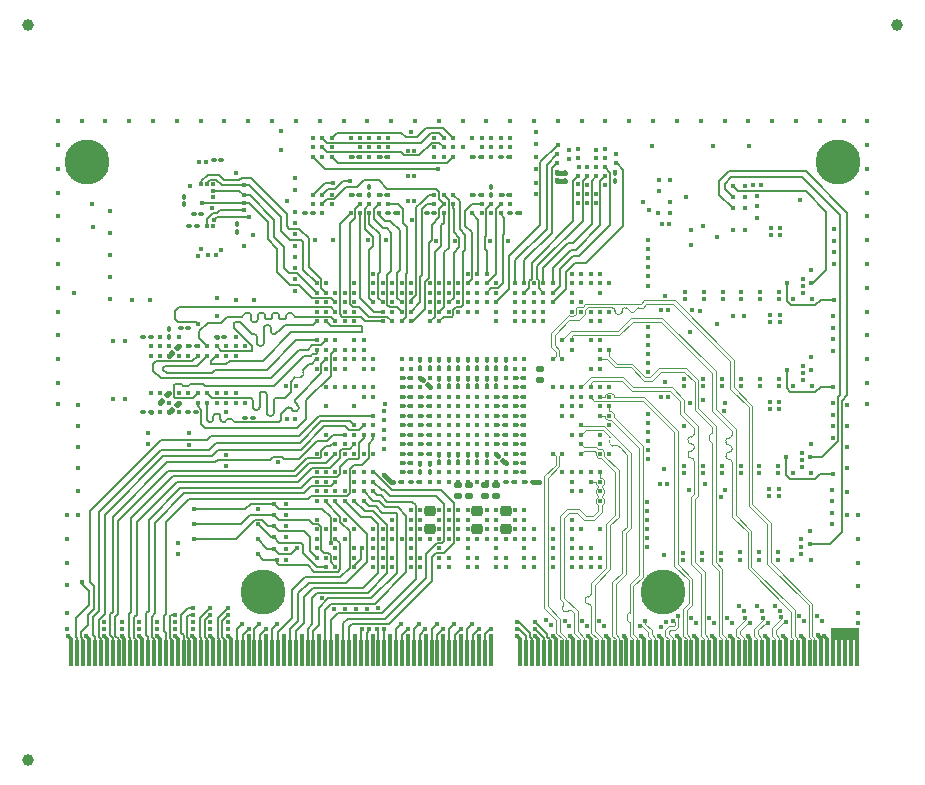
<source format=gbl>
G04 #@! TF.GenerationSoftware,KiCad,Pcbnew,9.0.0*
G04 #@! TF.CreationDate,2025-10-22T11:33:07+02:00*
G04 #@! TF.ProjectId,ecap5-bsom-frame,65636170-352d-4627-936f-6d2d6672616d,rev?*
G04 #@! TF.SameCoordinates,Original*
G04 #@! TF.FileFunction,Copper,L8,Bot*
G04 #@! TF.FilePolarity,Positive*
%FSLAX46Y46*%
G04 Gerber Fmt 4.6, Leading zero omitted, Abs format (unit mm)*
G04 Created by KiCad (PCBNEW 9.0.0) date 2025-10-22 11:33:07*
%MOMM*%
%LPD*%
G01*
G04 APERTURE LIST*
G04 Aperture macros list*
%AMRoundRect*
0 Rectangle with rounded corners*
0 $1 Rounding radius*
0 $2 $3 $4 $5 $6 $7 $8 $9 X,Y pos of 4 corners*
0 Add a 4 corners polygon primitive as box body*
4,1,4,$2,$3,$4,$5,$6,$7,$8,$9,$2,$3,0*
0 Add four circle primitives for the rounded corners*
1,1,$1+$1,$2,$3*
1,1,$1+$1,$4,$5*
1,1,$1+$1,$6,$7*
1,1,$1+$1,$8,$9*
0 Add four rect primitives between the rounded corners*
20,1,$1+$1,$2,$3,$4,$5,0*
20,1,$1+$1,$4,$5,$6,$7,0*
20,1,$1+$1,$6,$7,$8,$9,0*
20,1,$1+$1,$8,$9,$2,$3,0*%
G04 Aperture macros list end*
G04 #@! TA.AperFunction,SMDPad,CuDef*
%ADD10R,0.350000X2.250000*%
G04 #@! TD*
G04 #@! TA.AperFunction,ComponentPad*
%ADD11C,2.600000*%
G04 #@! TD*
G04 #@! TA.AperFunction,ConnectorPad*
%ADD12C,3.800000*%
G04 #@! TD*
G04 #@! TA.AperFunction,SMDPad,CuDef*
%ADD13RoundRect,0.100000X-0.130000X-0.100000X0.130000X-0.100000X0.130000X0.100000X-0.130000X0.100000X0*%
G04 #@! TD*
G04 #@! TA.AperFunction,SMDPad,CuDef*
%ADD14RoundRect,0.100000X-0.162635X0.021213X0.021213X-0.162635X0.162635X-0.021213X-0.021213X0.162635X0*%
G04 #@! TD*
G04 #@! TA.AperFunction,SMDPad,CuDef*
%ADD15C,1.000000*%
G04 #@! TD*
G04 #@! TA.AperFunction,SMDPad,CuDef*
%ADD16RoundRect,0.100000X-0.100000X0.130000X-0.100000X-0.130000X0.100000X-0.130000X0.100000X0.130000X0*%
G04 #@! TD*
G04 #@! TA.AperFunction,SMDPad,CuDef*
%ADD17RoundRect,0.100000X0.130000X0.100000X-0.130000X0.100000X-0.130000X-0.100000X0.130000X-0.100000X0*%
G04 #@! TD*
G04 #@! TA.AperFunction,SMDPad,CuDef*
%ADD18RoundRect,0.100000X0.100000X-0.130000X0.100000X0.130000X-0.100000X0.130000X-0.100000X-0.130000X0*%
G04 #@! TD*
G04 #@! TA.AperFunction,SMDPad,CuDef*
%ADD19RoundRect,0.225000X-0.250000X0.225000X-0.250000X-0.225000X0.250000X-0.225000X0.250000X0.225000X0*%
G04 #@! TD*
G04 #@! TA.AperFunction,SMDPad,CuDef*
%ADD20RoundRect,0.100000X0.162635X-0.021213X-0.021213X0.162635X-0.162635X0.021213X0.021213X-0.162635X0*%
G04 #@! TD*
G04 #@! TA.AperFunction,SMDPad,CuDef*
%ADD21RoundRect,0.140000X0.170000X-0.140000X0.170000X0.140000X-0.170000X0.140000X-0.170000X-0.140000X0*%
G04 #@! TD*
G04 #@! TA.AperFunction,SMDPad,CuDef*
%ADD22RoundRect,0.100000X-0.021213X-0.162635X0.162635X0.021213X0.021213X0.162635X-0.162635X-0.021213X0*%
G04 #@! TD*
G04 #@! TA.AperFunction,SMDPad,CuDef*
%ADD23RoundRect,0.100000X0.021213X0.162635X-0.162635X-0.021213X-0.021213X-0.162635X0.162635X0.021213X0*%
G04 #@! TD*
G04 #@! TA.AperFunction,ViaPad*
%ADD24C,0.450000*%
G04 #@! TD*
G04 #@! TA.AperFunction,ViaPad*
%ADD25C,0.410000*%
G04 #@! TD*
G04 #@! TA.AperFunction,Conductor*
%ADD26C,0.400000*%
G04 #@! TD*
G04 #@! TA.AperFunction,Conductor*
%ADD27C,0.150000*%
G04 #@! TD*
G04 #@! TA.AperFunction,Conductor*
%ADD28C,0.156464*%
G04 #@! TD*
G04 #@! TA.AperFunction,Conductor*
%ADD29C,0.120000*%
G04 #@! TD*
G04 #@! TA.AperFunction,Conductor*
%ADD30C,0.350000*%
G04 #@! TD*
G04 #@! TA.AperFunction,Conductor*
%ADD31C,0.200000*%
G04 #@! TD*
G04 APERTURE END LIST*
D10*
X115375000Y-77075000D03*
X115875000Y-77075000D03*
X116375000Y-77075000D03*
X116875000Y-77075000D03*
X117375000Y-77075000D03*
X117875000Y-77075000D03*
X118375000Y-77075000D03*
X118875000Y-77075000D03*
X119375000Y-77075000D03*
X119875000Y-77075000D03*
X120375000Y-77075000D03*
X120875000Y-77075000D03*
X121375000Y-77075000D03*
X121875000Y-77075000D03*
X122375000Y-77075000D03*
X122875000Y-77075000D03*
X123375000Y-77075000D03*
X123875000Y-77075000D03*
X124375000Y-77075000D03*
X124875000Y-77075000D03*
X125375000Y-77075000D03*
X125875000Y-77075000D03*
X126375000Y-77075000D03*
X126875000Y-77075000D03*
X127375000Y-77075000D03*
X127875000Y-77075000D03*
X128375000Y-77075000D03*
X128875000Y-77075000D03*
X129375000Y-77075000D03*
X129875000Y-77075000D03*
X130375000Y-77075000D03*
X130875000Y-77075000D03*
X131375000Y-77075000D03*
X131875000Y-77075000D03*
X132375000Y-77075000D03*
X132875000Y-77075000D03*
X133375000Y-77075000D03*
X133875000Y-77075000D03*
X134375000Y-77075000D03*
X134875000Y-77075000D03*
X135375000Y-77075000D03*
X135875000Y-77075000D03*
X136375000Y-77075000D03*
X136875000Y-77075000D03*
X137375000Y-77075000D03*
X137875000Y-77075000D03*
X138375000Y-77075000D03*
X138875000Y-77075000D03*
X139375000Y-77075000D03*
X139875000Y-77075000D03*
X140375000Y-77075000D03*
X140875000Y-77075000D03*
X141375000Y-77075000D03*
X141875000Y-77075000D03*
X142375000Y-77075000D03*
X142875000Y-77075000D03*
X143375000Y-77075000D03*
X143875000Y-77075000D03*
X144375000Y-77075000D03*
X144875000Y-77075000D03*
X145375000Y-77075000D03*
X145875000Y-77075000D03*
X146375000Y-77075000D03*
X146875000Y-77075000D03*
X147375000Y-77075000D03*
X147875000Y-77075000D03*
X148375000Y-77075000D03*
X148875000Y-77075000D03*
X149375000Y-77075000D03*
X149875000Y-77075000D03*
X150375000Y-77075000D03*
X150875000Y-77075000D03*
X153375000Y-77075000D03*
X153875000Y-77075000D03*
X154375000Y-77075000D03*
X154875000Y-77075000D03*
X155375000Y-77075000D03*
X155875000Y-77075000D03*
X156375000Y-77075000D03*
X156875000Y-77075000D03*
X157375000Y-77075000D03*
X157875000Y-77075000D03*
X158375000Y-77075000D03*
X158875000Y-77075000D03*
X159375000Y-77075000D03*
X159875000Y-77075000D03*
X160375000Y-77075000D03*
X160875000Y-77075000D03*
X161375000Y-77075000D03*
X161875000Y-77075000D03*
X162375000Y-77075000D03*
X162875000Y-77075000D03*
X163375000Y-77075000D03*
X163875000Y-77075000D03*
X164375000Y-77075000D03*
X164875000Y-77075000D03*
X165375000Y-77075000D03*
X165875000Y-77075000D03*
X166375000Y-77075000D03*
X166875000Y-77075000D03*
X167375000Y-77075000D03*
X167875000Y-77075000D03*
X168375000Y-77075000D03*
X168875000Y-77075000D03*
X169375000Y-77075000D03*
X169875000Y-77075000D03*
X170375000Y-77075000D03*
X170875000Y-77075000D03*
X171375000Y-77075000D03*
X171875000Y-77075000D03*
X172375000Y-77075000D03*
X172875000Y-77075000D03*
X173375000Y-77075000D03*
X173875000Y-77075000D03*
X174375000Y-77075000D03*
X174875000Y-77075000D03*
X175375000Y-77075000D03*
X175875000Y-77075000D03*
X176375000Y-77075000D03*
X176875000Y-77075000D03*
X177375000Y-77075000D03*
X177875000Y-77075000D03*
X178375000Y-77075000D03*
X178875000Y-77075000D03*
X179375000Y-77075000D03*
X179875000Y-77075000D03*
X180375000Y-77075000D03*
X180875000Y-77075000D03*
X181375000Y-77075000D03*
X181875000Y-77075000D03*
D11*
X180300000Y-35489800D03*
D12*
X180300000Y-35489800D03*
D11*
X116700000Y-35489800D03*
D12*
X116700000Y-35489800D03*
D11*
X165460000Y-71870000D03*
D12*
X165460000Y-71870000D03*
D11*
X131635000Y-71870000D03*
D12*
X131635000Y-71870000D03*
D13*
X143415000Y-55371800D03*
X144055000Y-55371800D03*
D14*
X145108726Y-53945526D03*
X145561274Y-54398074D03*
D15*
X185300000Y-23850000D03*
D16*
X150535000Y-53851800D03*
X150535000Y-54491800D03*
D13*
X143415000Y-56971800D03*
X144055000Y-56971800D03*
D15*
X111700000Y-23850000D03*
D17*
X125281800Y-49533200D03*
X124641800Y-49533200D03*
D16*
X152135000Y-52251800D03*
X152135000Y-52891800D03*
D13*
X145015000Y-56971800D03*
X145655000Y-56971800D03*
D16*
X147335000Y-53851800D03*
X147335000Y-54491800D03*
D17*
X153655000Y-60171800D03*
X153015000Y-60171800D03*
D18*
X148135000Y-60891800D03*
X148135000Y-60251800D03*
X140615000Y-38245000D03*
X140615000Y-37605000D03*
D17*
X125980000Y-40920000D03*
X125340000Y-40920000D03*
D13*
X145015000Y-60171800D03*
X145655000Y-60171800D03*
D17*
X152055000Y-55371800D03*
X151415000Y-55371800D03*
D16*
X144935000Y-61051800D03*
X144935000Y-61691800D03*
D17*
X126385000Y-39920000D03*
X125745000Y-39920000D03*
D18*
X149735000Y-60891800D03*
X149735000Y-60251800D03*
X123685000Y-50271800D03*
X123685000Y-49631800D03*
D17*
X146110000Y-39845000D03*
X145470000Y-39845000D03*
X152055000Y-56971800D03*
X151415000Y-56971800D03*
D16*
X145735000Y-52251800D03*
X145735000Y-52891800D03*
D17*
X153655000Y-57771800D03*
X153015000Y-57771800D03*
D16*
X146535000Y-52251800D03*
X146535000Y-52891800D03*
D17*
X128060000Y-35345000D03*
X127420000Y-35345000D03*
D13*
X139095000Y-38245000D03*
X139735000Y-38245000D03*
D17*
X152055000Y-56171800D03*
X151415000Y-56171800D03*
X152435000Y-38245000D03*
X151795000Y-38245000D03*
D16*
X145735000Y-61051800D03*
X145735000Y-61691800D03*
D13*
X145015000Y-55371800D03*
X145655000Y-55371800D03*
D16*
X148135000Y-52251800D03*
X148135000Y-52891800D03*
D17*
X153655000Y-61771800D03*
X153015000Y-61771800D03*
D19*
X145739000Y-65026600D03*
X145739000Y-66576600D03*
D13*
X141470000Y-35045000D03*
X142110000Y-35045000D03*
D16*
X150535000Y-52251800D03*
X150535000Y-52891800D03*
D20*
X151961274Y-60798074D03*
X151508726Y-60345526D03*
D13*
X151770000Y-35045000D03*
X152410000Y-35045000D03*
X143415000Y-54571800D03*
X144055000Y-54571800D03*
X145015000Y-57771800D03*
X145655000Y-57771800D03*
D18*
X148935000Y-60891800D03*
X148935000Y-60251800D03*
D13*
X143415000Y-56171800D03*
X144055000Y-56171800D03*
D17*
X122085000Y-56671800D03*
X121445000Y-56671800D03*
D13*
X145015000Y-59371800D03*
X145655000Y-59371800D03*
D17*
X150035000Y-35045000D03*
X149395000Y-35045000D03*
X152055000Y-57771800D03*
X151415000Y-57771800D03*
D13*
X145020000Y-56171800D03*
X145660000Y-56171800D03*
D16*
X147335000Y-52251800D03*
X147335000Y-52891800D03*
D21*
X151365000Y-63780000D03*
X151365000Y-62820000D03*
X155035000Y-53981800D03*
X155035000Y-53021800D03*
D17*
X142135000Y-38245000D03*
X141495000Y-38245000D03*
D21*
X149035000Y-63780000D03*
X149035000Y-62820000D03*
D18*
X147335000Y-60891800D03*
X147335000Y-60251800D03*
D13*
X143415000Y-60971800D03*
X144055000Y-60971800D03*
X143415000Y-53771800D03*
X144055000Y-53771800D03*
D16*
X149735000Y-52251800D03*
X149735000Y-52891800D03*
D18*
X150535000Y-60891800D03*
X150535000Y-60251800D03*
D13*
X127685000Y-50271800D03*
X128325000Y-50271800D03*
D22*
X123858726Y-56498074D03*
X124311274Y-56045526D03*
D17*
X153655000Y-60971800D03*
X153015000Y-60971800D03*
D16*
X149735000Y-53851800D03*
X149735000Y-54491800D03*
D13*
X142220000Y-39845000D03*
X142860000Y-39845000D03*
D17*
X122085000Y-50271800D03*
X121445000Y-50271800D03*
D16*
X144935000Y-52251800D03*
X144935000Y-52891800D03*
D13*
X144165000Y-62571800D03*
X144805000Y-62571800D03*
D16*
X148135000Y-53851800D03*
X148135000Y-54491800D03*
D17*
X153655000Y-56171800D03*
X153015000Y-56171800D03*
X143255000Y-62571800D03*
X142615000Y-62571800D03*
X139735000Y-35045000D03*
X139095000Y-35045000D03*
D21*
X148115000Y-63780000D03*
X148115000Y-62820000D03*
D13*
X152520000Y-39845000D03*
X153160000Y-39845000D03*
D17*
X135810000Y-39845000D03*
X135170000Y-39845000D03*
D13*
X143415000Y-59371800D03*
X144055000Y-59371800D03*
X143415000Y-61771800D03*
X144055000Y-61771800D03*
D16*
X151335000Y-52251800D03*
X151335000Y-52891800D03*
D13*
X143415000Y-60171800D03*
X144055000Y-60171800D03*
D21*
X150435000Y-63780000D03*
X150435000Y-62820000D03*
D13*
X149395000Y-38245000D03*
X150035000Y-38245000D03*
D16*
X124885000Y-38420000D03*
X124885000Y-39060000D03*
D13*
X153815000Y-62571800D03*
X154455000Y-62571800D03*
D17*
X153655000Y-59371800D03*
X153015000Y-59371800D03*
D16*
X151335000Y-53851800D03*
X151335000Y-54491800D03*
D13*
X125290000Y-56671800D03*
X125930000Y-56671800D03*
X145015000Y-58571800D03*
X145655000Y-58571800D03*
D17*
X153655000Y-53771800D03*
X153015000Y-53771800D03*
D15*
X111700000Y-86150000D03*
D23*
X123511274Y-55245526D03*
X123058726Y-55698074D03*
D16*
X161440000Y-36419300D03*
X161440000Y-37059300D03*
D17*
X152055000Y-59371800D03*
X151415000Y-59371800D03*
D16*
X146535000Y-53851800D03*
X146535000Y-54491800D03*
D13*
X130084800Y-57130000D03*
X130724800Y-57130000D03*
X143415000Y-57771800D03*
X144055000Y-57771800D03*
D17*
X153655000Y-58571800D03*
X153015000Y-58571800D03*
X153655000Y-56971800D03*
X153015000Y-56971800D03*
D16*
X148935000Y-53851800D03*
X148935000Y-54491800D03*
D19*
X152139800Y-65027200D03*
X152139800Y-66577200D03*
D16*
X148935000Y-52251800D03*
X148935000Y-52891800D03*
D17*
X152855000Y-62571800D03*
X152215000Y-62571800D03*
D13*
X143415000Y-58571800D03*
X144055000Y-58571800D03*
D18*
X146535000Y-60891800D03*
X146535000Y-60251800D03*
D17*
X152055000Y-58571800D03*
X151415000Y-58571800D03*
D19*
X149726800Y-65026600D03*
X149726800Y-66576600D03*
D17*
X153655000Y-54571800D03*
X153015000Y-54571800D03*
D22*
X123858726Y-51698074D03*
X124311274Y-51245526D03*
D16*
X129410000Y-40775000D03*
X129410000Y-41415000D03*
D18*
X150915000Y-38245000D03*
X150915000Y-37605000D03*
X157190000Y-37059300D03*
X157190000Y-36419300D03*
D17*
X153655000Y-55371800D03*
X153015000Y-55371800D03*
D13*
X125365000Y-51070000D03*
X126005000Y-51070000D03*
D24*
X164142500Y-65015000D03*
D25*
X152135000Y-60971800D03*
X152135000Y-60171800D03*
X146535000Y-53771800D03*
X152135000Y-56171800D03*
D24*
X164142500Y-64250000D03*
X164142500Y-66545000D03*
D25*
X145735000Y-60971800D03*
D24*
X151365000Y-63780000D03*
D25*
X144935000Y-54571800D03*
X148935000Y-60971800D03*
X151335000Y-60971800D03*
X147335000Y-53771800D03*
X144935000Y-59371800D03*
D24*
X172778333Y-34160000D03*
D25*
X144935000Y-55371800D03*
X145735000Y-53771800D03*
X147335000Y-60971800D03*
X150535000Y-53771800D03*
X152135000Y-58571800D03*
X144935000Y-56171800D03*
D24*
X164142500Y-67310000D03*
D25*
X152135000Y-57771800D03*
X144935000Y-60171800D03*
X152135000Y-59371800D03*
X144935000Y-57771800D03*
X144935000Y-60971800D03*
X152135000Y-56971800D03*
X148935000Y-53771800D03*
D24*
X149035000Y-63780000D03*
D25*
X144935000Y-53771800D03*
X152135000Y-54571800D03*
X144935000Y-56971800D03*
X150535000Y-60971800D03*
X148135000Y-53771800D03*
X148135000Y-60971800D03*
X149726800Y-65026600D03*
D24*
X150435000Y-63780000D03*
D25*
X152139800Y-65027200D03*
X152135000Y-55371800D03*
D24*
X164142500Y-68075000D03*
X148115000Y-63780000D03*
D25*
X151335000Y-53771800D03*
X149735000Y-53771800D03*
X152135000Y-53771800D03*
X145739000Y-65026600D03*
X144935000Y-58571800D03*
D24*
X164142500Y-65780000D03*
D25*
X146535000Y-60971800D03*
X149735000Y-60971800D03*
D24*
X164235000Y-42120000D03*
D25*
X123685000Y-50271800D03*
X125310000Y-58445000D03*
X143335000Y-55371800D03*
X119885000Y-55570000D03*
D24*
X164545000Y-34150000D03*
D25*
X122080000Y-50271800D03*
X125290000Y-56671800D03*
D24*
X134310000Y-44470000D03*
D25*
X119885000Y-50620000D03*
X127685000Y-50271800D03*
X122085000Y-56671800D03*
X130085000Y-57130000D03*
X143335000Y-53771800D03*
X143335000Y-56971800D03*
X127395000Y-37390000D03*
X133620000Y-57245000D03*
D24*
X134310000Y-36870000D03*
D25*
X121835000Y-58410000D03*
D24*
X134310000Y-40670000D03*
X164235000Y-44415000D03*
X134310000Y-39720000D03*
X134310000Y-46370000D03*
X134310000Y-37820000D03*
X164235000Y-45945000D03*
D25*
X123685000Y-56671800D03*
X125281800Y-49533200D03*
D24*
X134310000Y-42570000D03*
D25*
X125985000Y-40920000D03*
X143335000Y-56171800D03*
D24*
X164235000Y-42885000D03*
D25*
X127685000Y-48545000D03*
D24*
X134310000Y-43520000D03*
X164235000Y-43650000D03*
D25*
X133585000Y-54451000D03*
X126760000Y-35445000D03*
X123685000Y-55071800D03*
D24*
X134310000Y-45420000D03*
X133160000Y-32895000D03*
D25*
X123685000Y-51871800D03*
D24*
X134310000Y-41620000D03*
D25*
X128060000Y-35345000D03*
D24*
X164235000Y-45180000D03*
D25*
X153735000Y-53771800D03*
X144135000Y-62571800D03*
D24*
X164180000Y-59140000D03*
X169731667Y-34160000D03*
D25*
X152935000Y-62571800D03*
D24*
X164180000Y-59905000D03*
D25*
X153735000Y-60971800D03*
D24*
X164180000Y-58375000D03*
D25*
X153735000Y-58571800D03*
X153735000Y-56971800D03*
D24*
X164180000Y-57610000D03*
D25*
X143335000Y-54571800D03*
X153735000Y-54571800D03*
X153735000Y-57771800D03*
X153735000Y-56171800D03*
D24*
X164180000Y-60670000D03*
D25*
X151335000Y-52171800D03*
X155035000Y-53981800D03*
X143335000Y-60171800D03*
D24*
X165065000Y-39800000D03*
X164180000Y-56845000D03*
D25*
X145735000Y-52171800D03*
X153735000Y-59371800D03*
X153735000Y-55371800D03*
X153735000Y-60171800D03*
X146110000Y-39845000D03*
X140615000Y-38245000D03*
X133545000Y-69175000D03*
X146535000Y-52171800D03*
X142220000Y-39845000D03*
X133545000Y-68225000D03*
X156510000Y-37004300D03*
X154685000Y-35101667D03*
X143335000Y-58571800D03*
D24*
X166065000Y-36995000D03*
D25*
X143335000Y-57771800D03*
X139485000Y-73305000D03*
D24*
X122035000Y-47145000D03*
D25*
X148135000Y-52171800D03*
X141415000Y-35045000D03*
D24*
X124435000Y-68695000D03*
D25*
X133545000Y-65370000D03*
X143335000Y-59371800D03*
X150535000Y-52171800D03*
X152135000Y-52171800D03*
D24*
X128435000Y-60260000D03*
D25*
X139015000Y-38245000D03*
X143900000Y-38795000D03*
X154685000Y-37243333D03*
X148935000Y-52171800D03*
X118655000Y-41490000D03*
X133545000Y-64420000D03*
D24*
X164210000Y-51765000D03*
D25*
X140435000Y-73315000D03*
X142040000Y-42095000D03*
X135990000Y-42120000D03*
X144420000Y-38795000D03*
D24*
X164210000Y-52530000D03*
D25*
X161435000Y-36364300D03*
X126385000Y-39920000D03*
X143335000Y-62571800D03*
X172395000Y-37520000D03*
X135810000Y-39845000D03*
X146285000Y-42145000D03*
X152515000Y-38245000D03*
X152520000Y-39845000D03*
X118655000Y-43350000D03*
X139815000Y-35045000D03*
X142215000Y-38245000D03*
X152340000Y-42145000D03*
X149315000Y-38245000D03*
X150915000Y-38245000D03*
X118655000Y-45210000D03*
X144420000Y-34520000D03*
X172395000Y-38470000D03*
X154685000Y-32960000D03*
X150115000Y-35045000D03*
X143335000Y-60971800D03*
X149735000Y-52171800D03*
D24*
X164210000Y-49470000D03*
D25*
X144935000Y-52171800D03*
X133545000Y-66320000D03*
D24*
X164210000Y-53295000D03*
D25*
X153735000Y-61771800D03*
X124885000Y-38420000D03*
D24*
X164210000Y-50235000D03*
D25*
X151715000Y-35045000D03*
D24*
X164210000Y-51000000D03*
D25*
X133545000Y-67275000D03*
X172395000Y-39410000D03*
X153735000Y-62571800D03*
X143335000Y-61771800D03*
X147335000Y-52171800D03*
X118660000Y-47070000D03*
X143900000Y-34520000D03*
X118655000Y-39630000D03*
D24*
X171430000Y-41220000D03*
X173110000Y-37420000D03*
X170725000Y-63220000D03*
D25*
X170695000Y-55895000D03*
D24*
X173760000Y-37420000D03*
X171380000Y-48545000D03*
D25*
X127685000Y-51071800D03*
X136135000Y-48971800D03*
X127685000Y-55071800D03*
X137735000Y-52171800D03*
X140935000Y-52971800D03*
X127685000Y-55871800D03*
X129285000Y-51871800D03*
X137735000Y-50571800D03*
X130085000Y-55871800D03*
X137735000Y-52971800D03*
X130085000Y-51071800D03*
X139335000Y-48971800D03*
X136935000Y-48971800D03*
X127685000Y-51871800D03*
X128485000Y-55871800D03*
X140135000Y-54571800D03*
X138535000Y-48171800D03*
X128485000Y-51071800D03*
X128485000Y-55071800D03*
X136135000Y-52971800D03*
X138535000Y-51371800D03*
X128485000Y-51871800D03*
X129285000Y-55871800D03*
X138535000Y-52171800D03*
X138535000Y-48971800D03*
X129285000Y-51071800D03*
X136935000Y-52971800D03*
X129285000Y-55071800D03*
X126885000Y-55871800D03*
X136935000Y-52171800D03*
X136135000Y-52171800D03*
X126885000Y-55071800D03*
X123685000Y-51071800D03*
X140135000Y-51371800D03*
X140135000Y-55371800D03*
X123685000Y-55871800D03*
X139335000Y-52171800D03*
X124485000Y-51871800D03*
X124485000Y-55071800D03*
X140135000Y-52971800D03*
X124485000Y-56671800D03*
X140935000Y-54571800D03*
X140935000Y-52171800D03*
X124485000Y-50271800D03*
X122885000Y-56671800D03*
X140935000Y-55371800D03*
X138535000Y-52971800D03*
X122885000Y-50271800D03*
X146535000Y-48171800D03*
X138985000Y-37120000D03*
X136615000Y-38245000D03*
X146915000Y-38245000D03*
X144135000Y-48971800D03*
X136615000Y-39045000D03*
X146915000Y-39045000D03*
X145735000Y-48971800D03*
X146915000Y-39845000D03*
X136615000Y-39845000D03*
X146535000Y-46571800D03*
X147715000Y-34245000D03*
X137415000Y-34245000D03*
X147715000Y-33445000D03*
X147335000Y-46571800D03*
X137415000Y-33445000D03*
X144135000Y-48171800D03*
X146115000Y-39045000D03*
X135815000Y-39045000D03*
X144135000Y-47371800D03*
X146115000Y-38245000D03*
X137560000Y-37245000D03*
X135815000Y-38245000D03*
X146115000Y-35045000D03*
X145735000Y-47371800D03*
X146385000Y-36095000D03*
X135815000Y-35045000D03*
X135815000Y-34245000D03*
X146115000Y-34245000D03*
X144135000Y-45771800D03*
X146535000Y-47371800D03*
X146915000Y-35045000D03*
X136615000Y-35045000D03*
X145735000Y-46571800D03*
X136615000Y-34245000D03*
X146915000Y-34245000D03*
X136615000Y-33445000D03*
X146915000Y-33445000D03*
X144135000Y-46571800D03*
X137415000Y-35045000D03*
X147715000Y-35045000D03*
X146535000Y-45771800D03*
X146535000Y-48971800D03*
X137415000Y-38245000D03*
X147715000Y-38245000D03*
X137415000Y-39045000D03*
X147715000Y-39045000D03*
X147335000Y-47371800D03*
X140935000Y-44971800D03*
X148515000Y-34245000D03*
X143335000Y-48971800D03*
X142215000Y-39045000D03*
X143335000Y-47371800D03*
X141415000Y-39845000D03*
X141735000Y-46571800D03*
X139815000Y-33445000D03*
X140615000Y-34245000D03*
X142535000Y-46571800D03*
X143335000Y-45771800D03*
X140615000Y-33445000D03*
X141415000Y-34245000D03*
X140935000Y-45771800D03*
X141415000Y-33445000D03*
X143335000Y-46571800D03*
X142215000Y-34245000D03*
X141735000Y-45771800D03*
X150535000Y-47371800D03*
X152515000Y-39045000D03*
X150535000Y-46571800D03*
X151715000Y-39845000D03*
X151715000Y-39045000D03*
X150535000Y-45771800D03*
X149735000Y-46571800D03*
X150915000Y-39845000D03*
X141415000Y-39045000D03*
X143335000Y-48171800D03*
X150535000Y-44971800D03*
X150915000Y-39045000D03*
X150115000Y-39845000D03*
X148935000Y-44971800D03*
X150115000Y-39045000D03*
X148935000Y-45771800D03*
X149315000Y-39845000D03*
X149735000Y-44971800D03*
X148135000Y-45771800D03*
X149315000Y-33445000D03*
X150115000Y-34245000D03*
X148135000Y-46571800D03*
X148935000Y-46571800D03*
X150115000Y-33445000D03*
X148135000Y-48171800D03*
X150915000Y-34245000D03*
X150915000Y-33445000D03*
X148135000Y-47371800D03*
X149735000Y-47371800D03*
X151715000Y-34245000D03*
X140615000Y-39845000D03*
X141735000Y-47371800D03*
X148935000Y-47371800D03*
X151715000Y-33445000D03*
X148935000Y-48171800D03*
X152515000Y-34245000D03*
X140935000Y-47371800D03*
X140615000Y-39045000D03*
X139815000Y-39845000D03*
X141735000Y-48171800D03*
X142535000Y-48971800D03*
X139815000Y-39045000D03*
X139015000Y-39845000D03*
X141735000Y-48971800D03*
X139015000Y-33445000D03*
X142535000Y-47371800D03*
X139815000Y-34245000D03*
X140935000Y-46571800D03*
X158311348Y-34426347D03*
X151335000Y-48971800D03*
X158535000Y-44971800D03*
X159802047Y-34432952D03*
X153735000Y-48171800D03*
X158275000Y-38950000D03*
X159035000Y-38920000D03*
X153735000Y-48971800D03*
X158275000Y-38170000D03*
X153735000Y-47371800D03*
X159035000Y-38170000D03*
X152935000Y-48971800D03*
X152935000Y-47371800D03*
X159035000Y-37400000D03*
X155335000Y-46571800D03*
X159035000Y-36680000D03*
X160552047Y-34410000D03*
X160135000Y-44971800D03*
X158301348Y-35186347D03*
X154535000Y-46571800D03*
X159818653Y-35186348D03*
X155335000Y-48971800D03*
X159063653Y-35931348D03*
X155335000Y-47371800D03*
X159775000Y-35920000D03*
X155335000Y-48171800D03*
X159795000Y-36676348D03*
X155335000Y-45771800D03*
X159335000Y-44971800D03*
X161525000Y-34810000D03*
X156135000Y-46571800D03*
X160558653Y-35926348D03*
X158318653Y-35936348D03*
X154535000Y-47371800D03*
X153735000Y-46571800D03*
X158275000Y-36670000D03*
X158275000Y-37380000D03*
X152935000Y-48171800D03*
X161515000Y-35580000D03*
X156135000Y-47371800D03*
X156135000Y-45771800D03*
X160568653Y-36686348D03*
X160558653Y-37426348D03*
X159335000Y-45771800D03*
X159795000Y-38170000D03*
X158535000Y-45771800D03*
X152935000Y-45771800D03*
X156535000Y-34810000D03*
X153735000Y-45771800D03*
X156525000Y-35590000D03*
X157735000Y-44971800D03*
X160557047Y-35187952D03*
X156545000Y-34040000D03*
X151335000Y-47371800D03*
X151335000Y-46571800D03*
X157544999Y-34430000D03*
X152935000Y-46571800D03*
X157547952Y-35202953D03*
X159795000Y-38930000D03*
X154535000Y-48971800D03*
X139335000Y-68171800D03*
X136555000Y-72360000D03*
X139960000Y-68195000D03*
X139335000Y-69771800D03*
X167717500Y-55895000D03*
X167680000Y-63225000D03*
X167955000Y-48050000D03*
X167797500Y-41220000D03*
X164265000Y-39550000D03*
X166095000Y-39790000D03*
X168875000Y-40900000D03*
X163815000Y-38870000D03*
X168635000Y-48100000D03*
X169035000Y-62770000D03*
X166095000Y-38850000D03*
X168885000Y-55620000D03*
X158535000Y-63371800D03*
X157547132Y-74732132D03*
X157735000Y-62571800D03*
X157135000Y-74307868D03*
X159022132Y-74757132D03*
X160135000Y-64171800D03*
X158615000Y-74340000D03*
X160135000Y-62571800D03*
X116235000Y-71070000D03*
X169372868Y-74107868D03*
X160935000Y-55371800D03*
X169797132Y-74532132D03*
X160935000Y-54571800D03*
X170872868Y-74132868D03*
X159335000Y-50571800D03*
X160135000Y-50571800D03*
X171297132Y-74557132D03*
X171872868Y-73107868D03*
X157735000Y-56971800D03*
X158535000Y-56171800D03*
X172297132Y-73532132D03*
X158535000Y-55371800D03*
X173822132Y-73532132D03*
X157735000Y-55371800D03*
X173397868Y-73107868D03*
X174922868Y-73057868D03*
X159335000Y-52971800D03*
X160135000Y-52971800D03*
X175347132Y-73482132D03*
X159335000Y-48171800D03*
X177422132Y-74382132D03*
X176997868Y-73957868D03*
X159335000Y-48971800D03*
X157735000Y-47371800D03*
X178497868Y-73932868D03*
X178922132Y-74357132D03*
X157735000Y-46571800D03*
X156935000Y-60171800D03*
X156135000Y-60171800D03*
X160135000Y-61771800D03*
X159335000Y-62571800D03*
X158535000Y-59371800D03*
X158535000Y-60171800D03*
X156022132Y-74707132D03*
X156935000Y-61771800D03*
X155597868Y-74282868D03*
X157735000Y-61771800D03*
X158535000Y-58571800D03*
X158535000Y-57771800D03*
X160135000Y-56971800D03*
X160935000Y-56171800D03*
X156135000Y-54571800D03*
X163522868Y-74807132D03*
X163947132Y-74382868D03*
X156935000Y-54571800D03*
X156935000Y-56971800D03*
X166772132Y-73882868D03*
X166347868Y-74307132D03*
X156935000Y-56171800D03*
X159335000Y-55371800D03*
X160135000Y-55371800D03*
X158535000Y-54571800D03*
X159335000Y-54571800D03*
X160935000Y-51371800D03*
X160135000Y-52171800D03*
X160935000Y-48171800D03*
X172422868Y-74082868D03*
X172847132Y-74507132D03*
X160135000Y-48971800D03*
X173922868Y-74057868D03*
X158535000Y-48171800D03*
X174347132Y-74482132D03*
X158535000Y-47371800D03*
X160135000Y-46571800D03*
X175897132Y-74407132D03*
X175472868Y-73982868D03*
X160935000Y-45771800D03*
X157735000Y-50571800D03*
X156935000Y-50571800D03*
X156135000Y-52171800D03*
X156935000Y-52171800D03*
X160497132Y-74782132D03*
X158535000Y-61771800D03*
X160085000Y-74340000D03*
X159335000Y-61771800D03*
X165272868Y-74857132D03*
X160935000Y-60171800D03*
X160135000Y-59371800D03*
X165697132Y-74432868D03*
X160935000Y-57771800D03*
X167872868Y-74107868D03*
X160935000Y-56971800D03*
X168297132Y-74532132D03*
X140935000Y-56971800D03*
X139335000Y-57771800D03*
X124135000Y-73820000D03*
X137735000Y-63371800D03*
X125635000Y-73245000D03*
X139335000Y-62571800D03*
X125635000Y-73820000D03*
X140135000Y-62571800D03*
X127135000Y-73245000D03*
X136135000Y-67371800D03*
X136135000Y-68171800D03*
X127135000Y-73820000D03*
X137735000Y-68171800D03*
X128635000Y-73245000D03*
X140935000Y-60171800D03*
X128635000Y-73820000D03*
X137735000Y-68971800D03*
X129810000Y-74620000D03*
X136135000Y-65771800D03*
X130385000Y-75010000D03*
X131260000Y-74620000D03*
X137735000Y-65771800D03*
X140135000Y-57771800D03*
X131885000Y-75010000D03*
X136135000Y-66571800D03*
X137735000Y-66571800D03*
X132810000Y-74620000D03*
X136935000Y-64171800D03*
X137735000Y-64171800D03*
X138535000Y-64171800D03*
X139335000Y-64171800D03*
X140135000Y-64171800D03*
X140135000Y-63371800D03*
X140935000Y-63371800D03*
X140935000Y-62571800D03*
X138535000Y-58571800D03*
X140935000Y-61771800D03*
X139985000Y-75020000D03*
X140935000Y-57771800D03*
X140610000Y-75020000D03*
X141885000Y-58970000D03*
X141885000Y-59745000D03*
X141285000Y-75020000D03*
X141885000Y-75020000D03*
X141885000Y-58145000D03*
X141860000Y-57370000D03*
X143285000Y-74595000D03*
X143860000Y-75020000D03*
X141860000Y-56570000D03*
X144810000Y-74595000D03*
X141910000Y-55945000D03*
X157735000Y-65771800D03*
X145360000Y-75010000D03*
X157735000Y-66571800D03*
X146310000Y-74595000D03*
X137735000Y-59371800D03*
X157735000Y-67371800D03*
X146860000Y-75010000D03*
X147810000Y-74595000D03*
X157735000Y-68171800D03*
X148385000Y-75010000D03*
X157735000Y-68971800D03*
X149310000Y-74570000D03*
X157735000Y-69771800D03*
X158535000Y-68171800D03*
X149860000Y-75010000D03*
X158535000Y-69771800D03*
X150885000Y-75020000D03*
X159335000Y-69771800D03*
X153135000Y-75020000D03*
X159335000Y-68971800D03*
X153135000Y-74445000D03*
X154610000Y-75035000D03*
X160135000Y-69771800D03*
X154610000Y-74445000D03*
X159335000Y-68171800D03*
X137735000Y-60171800D03*
X138535000Y-59371800D03*
X118135000Y-74995000D03*
X136135000Y-60171800D03*
X118135000Y-74395000D03*
X119635000Y-74995000D03*
X136935000Y-61771800D03*
X136135000Y-61771800D03*
X119635000Y-74395000D03*
X121135000Y-74995000D03*
X136935000Y-62571800D03*
X121135000Y-74395000D03*
X136135000Y-62571800D03*
X122610000Y-74995000D03*
X136135000Y-64171800D03*
X122610000Y-74395000D03*
X136135000Y-63371800D03*
X138535000Y-60171800D03*
X124135000Y-74995000D03*
X138535000Y-63371800D03*
X124135000Y-74395000D03*
X139335000Y-59371800D03*
X139335000Y-60171800D03*
X125635000Y-74995000D03*
X140135000Y-60171800D03*
X125635000Y-74395000D03*
X127135000Y-74995000D03*
X137735000Y-61771800D03*
X127135000Y-74395000D03*
X138535000Y-61771800D03*
X128635000Y-74995000D03*
X139335000Y-61771800D03*
X128635000Y-74395000D03*
X140135000Y-61771800D03*
X140135000Y-58571800D03*
X137735000Y-62571800D03*
X140935000Y-58571800D03*
X125285000Y-51071800D03*
X140135000Y-50571800D03*
X139335000Y-50571800D03*
X126085000Y-51071800D03*
X126085000Y-55871800D03*
X137735000Y-51371800D03*
X122885000Y-55071800D03*
X140135000Y-52171800D03*
X137735000Y-54571800D03*
X122885000Y-51871800D03*
X138535000Y-54571800D03*
X122085000Y-51071800D03*
X137735000Y-48171800D03*
X126063383Y-49198383D03*
X126885000Y-51871800D03*
X136135000Y-50571800D03*
X126885000Y-51071800D03*
X137735000Y-48971800D03*
X126085000Y-51871800D03*
X136935000Y-50571800D03*
X126085000Y-55071800D03*
X136135000Y-51371800D03*
X136935000Y-46571800D03*
X126315000Y-37390000D03*
X136135000Y-45771800D03*
X129985000Y-37470000D03*
X126865000Y-37390000D03*
X126460000Y-38929400D03*
X137735000Y-47371800D03*
X129985000Y-38945000D03*
X128086000Y-42968000D03*
X137735000Y-46571800D03*
X127628800Y-43349000D03*
X136935000Y-47371800D03*
X136135000Y-47371800D03*
X126917600Y-43349000D03*
X139335000Y-47371800D03*
X130760000Y-41670000D03*
X130010000Y-42570000D03*
X138535000Y-47371800D03*
X130410000Y-40170000D03*
X127425600Y-40428000D03*
X138535000Y-46571800D03*
X129985000Y-39545000D03*
X126865000Y-40920000D03*
X139335000Y-46571800D03*
X136135000Y-48171800D03*
X126130200Y-43425200D03*
X136135000Y-46571800D03*
X127393600Y-37920000D03*
X129985000Y-38295000D03*
X117125000Y-39050000D03*
X138535000Y-67371800D03*
X125760000Y-66175000D03*
X137735000Y-69771800D03*
X132525000Y-65370000D03*
X137360000Y-67746800D03*
X132525000Y-64420000D03*
X125760000Y-64905000D03*
X131160000Y-67445000D03*
X134510000Y-68170000D03*
X132525000Y-68225000D03*
X132525000Y-67275000D03*
X131160000Y-66175000D03*
X136935000Y-69771800D03*
X136135000Y-68971800D03*
X132525000Y-66320000D03*
X125760000Y-67445000D03*
X131160000Y-68715000D03*
X132785000Y-69175000D03*
X137735000Y-67371800D03*
X138535000Y-65771800D03*
X117175000Y-40970000D03*
X171375000Y-39410000D03*
X177910000Y-67835000D03*
X178005000Y-45765000D03*
X171375000Y-37520000D03*
X171375000Y-38470000D03*
X177935000Y-60465000D03*
X144135000Y-68171800D03*
D24*
X170392500Y-69150000D03*
D25*
X142375000Y-75585000D03*
X146535000Y-52971800D03*
X152135000Y-52971800D03*
X148935000Y-57771800D03*
X146535000Y-60171800D03*
X148935000Y-68971800D03*
X136935000Y-48171800D03*
D24*
X144467647Y-32020000D03*
D25*
X177125000Y-75585000D03*
X154685000Y-36061667D03*
X152935000Y-56171800D03*
D24*
X167237500Y-61200000D03*
D25*
X170645000Y-56545000D03*
D24*
X176435000Y-61790000D03*
D25*
X147335000Y-68971800D03*
D24*
X114225000Y-50165589D03*
X175235000Y-61190000D03*
D25*
X146535000Y-68171800D03*
X142535000Y-66571800D03*
X148935000Y-62571800D03*
X144135000Y-56171800D03*
X152935000Y-52971800D03*
D24*
X132370588Y-32020000D03*
D25*
X160135000Y-60171800D03*
D24*
X181030000Y-63392941D03*
D25*
X148135000Y-59371800D03*
X139335000Y-48171800D03*
X145735000Y-48171800D03*
X150875000Y-75585000D03*
X136935000Y-45771800D03*
X142215000Y-35045000D03*
D24*
X114225000Y-36052353D03*
X175185000Y-68545000D03*
X114225000Y-42100883D03*
D25*
X149735000Y-58571800D03*
X174125000Y-75585000D03*
X148135000Y-56171800D03*
X126160000Y-35495000D03*
X148935000Y-56971800D03*
D24*
X178742647Y-32020000D03*
D25*
X144135000Y-68971800D03*
X151335000Y-62571800D03*
X152935000Y-65771800D03*
X141735000Y-69771800D03*
X130375000Y-75585000D03*
X151715000Y-38245000D03*
X146535000Y-68971800D03*
X134359800Y-54460800D03*
X148935000Y-65771800D03*
X145735000Y-62571800D03*
D24*
X181980000Y-73645000D03*
X182775000Y-46133236D03*
X179880000Y-51465000D03*
D25*
X148135000Y-65771800D03*
X151335000Y-64971800D03*
X127385000Y-40945000D03*
X167797500Y-42520000D03*
X147335000Y-55371800D03*
D24*
X177235000Y-60690000D03*
D25*
X144135000Y-66571800D03*
X124641800Y-49533200D03*
X157735000Y-58571800D03*
D24*
X165925000Y-48045000D03*
D25*
X150915000Y-37605000D03*
D24*
X115010000Y-65399117D03*
D25*
X149735000Y-55371800D03*
X159125000Y-75585000D03*
D24*
X170392500Y-68550000D03*
X179785000Y-64220000D03*
X167282500Y-54450000D03*
D25*
X127125000Y-75585000D03*
X141360000Y-73270000D03*
X146115000Y-33445000D03*
D24*
X173585000Y-68545000D03*
X115010000Y-67415294D03*
D25*
X146535000Y-64971800D03*
X153735000Y-68171800D03*
D24*
X177305000Y-45990000D03*
D25*
X152935000Y-53771800D03*
D24*
X179880000Y-50490000D03*
D25*
X160135000Y-66571800D03*
D24*
X173635000Y-61190000D03*
D25*
X144135000Y-69771800D03*
X169625000Y-75585000D03*
X152515000Y-33445000D03*
D24*
X167307500Y-46500000D03*
D25*
X145735000Y-45771800D03*
D24*
X168907500Y-46500000D03*
D25*
X135815000Y-33445000D03*
X144935000Y-62571800D03*
X147335000Y-58571800D03*
X142995000Y-39840000D03*
D24*
X182775000Y-42100883D03*
D25*
X121125000Y-75585000D03*
X154975000Y-62570000D03*
X142535000Y-65771800D03*
X151335000Y-58571800D03*
D24*
X176480000Y-54440000D03*
X167192500Y-69150000D03*
D25*
X152135000Y-69771800D03*
X148935000Y-56171800D03*
D24*
X182775000Y-54197942D03*
D25*
X129410000Y-40775000D03*
D24*
X118257353Y-32020000D03*
X176385000Y-69145000D03*
D25*
X151335000Y-57771800D03*
D24*
X164629412Y-32020000D03*
X115975000Y-56020000D03*
D25*
X148935000Y-68171800D03*
D24*
X177110000Y-38670000D03*
D25*
X145735000Y-55371800D03*
X157735000Y-56171800D03*
D24*
X138419118Y-32020000D03*
D25*
X151335000Y-52971800D03*
X131875000Y-75585000D03*
D24*
X179835000Y-55890000D03*
D25*
X136375000Y-75585000D03*
X146535000Y-56171800D03*
D24*
X179880000Y-49515000D03*
D25*
X140935000Y-68171800D03*
D24*
X168837500Y-61200000D03*
D25*
X150535000Y-54571800D03*
X151335000Y-65771800D03*
X142535000Y-67371800D03*
X167265000Y-57830000D03*
X147335000Y-54571800D03*
X131160000Y-64905000D03*
D24*
X182775000Y-44117059D03*
D25*
X146535000Y-62571800D03*
D24*
X170677941Y-32020000D03*
D25*
X144135000Y-54571800D03*
X151335000Y-60171800D03*
X140490000Y-42095000D03*
D24*
X179785000Y-63245000D03*
D25*
X145735000Y-54571800D03*
D24*
X170022500Y-49195000D03*
X177280000Y-53940000D03*
D25*
X146535000Y-69771800D03*
X148935000Y-61771800D03*
X124485000Y-55871800D03*
X139335000Y-66571800D03*
D24*
X175185000Y-69145000D03*
D25*
X141735000Y-66571800D03*
X137875000Y-75585000D03*
X170365000Y-63870000D03*
X171125000Y-75585000D03*
D24*
X171985000Y-69145000D03*
D25*
X121445000Y-50271800D03*
X125310000Y-59420000D03*
X144135000Y-57771800D03*
D24*
X177235000Y-61290000D03*
D25*
X145470000Y-39845000D03*
X139015000Y-35045000D03*
X167410000Y-38470000D03*
X127685000Y-46970000D03*
X144135000Y-59371800D03*
X146535000Y-66571800D03*
X148935000Y-52971800D03*
X160625000Y-75585000D03*
X147335000Y-57771800D03*
X146535000Y-55371800D03*
X149735000Y-56171800D03*
X149735000Y-52971800D03*
X156135000Y-67371800D03*
X156135000Y-69771800D03*
X144935000Y-64971800D03*
X152935000Y-66571800D03*
X154535000Y-48171800D03*
X172390000Y-41220000D03*
X127310000Y-39420000D03*
X173410000Y-38375000D03*
X128325000Y-50271800D03*
X150790000Y-42145000D03*
X178581246Y-75555504D03*
D24*
X173635000Y-61790000D03*
D25*
X149735000Y-67371800D03*
X144135000Y-61771800D03*
D24*
X179905000Y-43140000D03*
X165625000Y-54145000D03*
X170507500Y-46500000D03*
X173705000Y-47090000D03*
X114225000Y-34036177D03*
D25*
X145739000Y-66576600D03*
D24*
X165542500Y-68800000D03*
D25*
X156510000Y-36364300D03*
X122885000Y-51071800D03*
X143900000Y-36645000D03*
D24*
X179905000Y-41190000D03*
D25*
X118935000Y-55570000D03*
X115635000Y-46560000D03*
X148135000Y-52971800D03*
X148135000Y-55371800D03*
X165125000Y-75585000D03*
X150535000Y-57771800D03*
D24*
X133160000Y-34445000D03*
D25*
X125285000Y-55071800D03*
X142535000Y-69771800D03*
X167747500Y-49845000D03*
X173410000Y-39245000D03*
X147335000Y-59371800D03*
D24*
X171985000Y-68545000D03*
D25*
X147335000Y-64971800D03*
X160135000Y-48171800D03*
X157735000Y-54571800D03*
X152135000Y-61771800D03*
D24*
X177960000Y-59340000D03*
D25*
X148135000Y-62571800D03*
X179125000Y-75585000D03*
X149735000Y-68971800D03*
D24*
X182775000Y-34036177D03*
D25*
X146535000Y-61771800D03*
X144935000Y-66571800D03*
X148935000Y-67371800D03*
X147335000Y-48171800D03*
X153335000Y-39845000D03*
X152135000Y-62571800D03*
X145735000Y-56171800D03*
D24*
X160597059Y-32020000D03*
D25*
X146535000Y-59371800D03*
X148135000Y-60171800D03*
D24*
X115965000Y-57800000D03*
X176726471Y-32020000D03*
D25*
X152135000Y-67371800D03*
D24*
X167282500Y-53850000D03*
X115010000Y-71320000D03*
X177185000Y-68045000D03*
D25*
X144935000Y-52971800D03*
D24*
X170437500Y-61200000D03*
X168792500Y-68550000D03*
D25*
X148935000Y-54571800D03*
X134335000Y-57245000D03*
X147335000Y-67371800D03*
X140935000Y-66571800D03*
X144160000Y-32970000D03*
X149726800Y-66576600D03*
X154685000Y-38203333D03*
X158535000Y-66571800D03*
X121835000Y-59385000D03*
X154535000Y-66571800D03*
D24*
X167192500Y-68550000D03*
X182775000Y-48149412D03*
D25*
X143335000Y-52971800D03*
X145375000Y-75585000D03*
X137540000Y-42120000D03*
D24*
X175235000Y-61790000D03*
D25*
X127395000Y-38450000D03*
X148135000Y-56971800D03*
X139335000Y-58571800D03*
D24*
X165350000Y-40695000D03*
D25*
X157625000Y-75585000D03*
D24*
X115955000Y-61360000D03*
D25*
X148135000Y-66571800D03*
X146535000Y-58571800D03*
X141735000Y-68971800D03*
D24*
X182775000Y-52181765D03*
X181985000Y-71345000D03*
X114225000Y-54197942D03*
X181025000Y-56020000D03*
D25*
X153735000Y-64971800D03*
X154685000Y-33920000D03*
X153735000Y-65771800D03*
D24*
X114225000Y-52181765D03*
D25*
X160135000Y-54571800D03*
X130735000Y-57130000D03*
X145735000Y-67371800D03*
X144935000Y-67371800D03*
X140875000Y-75585000D03*
D24*
X175280000Y-54440000D03*
D25*
X145735000Y-57771800D03*
D24*
X115960000Y-65395000D03*
D25*
X148375000Y-75585000D03*
D24*
X120273529Y-32020000D03*
D25*
X125745000Y-39920000D03*
X156135000Y-68171800D03*
X139335000Y-45771800D03*
X148935000Y-66571800D03*
X144135000Y-55371800D03*
X160135000Y-51371800D03*
D24*
X172080000Y-54440000D03*
D25*
X147335000Y-61771800D03*
X149735000Y-60171800D03*
D24*
X172105000Y-46490000D03*
D25*
X151335000Y-56971800D03*
D24*
X167237500Y-61800000D03*
D25*
X143335000Y-67371800D03*
D24*
X130860000Y-47145000D03*
D25*
X147335000Y-52971800D03*
X141735000Y-68171800D03*
X135170000Y-39845000D03*
X132830000Y-60915000D03*
X161435000Y-37059300D03*
D24*
X150516176Y-32020000D03*
D25*
X150535000Y-66571800D03*
D24*
X115010000Y-69431470D03*
D25*
X156125000Y-75585000D03*
X144135000Y-52171800D03*
X150535000Y-55371800D03*
X149735000Y-57771800D03*
X151335000Y-45771800D03*
D24*
X172105000Y-47090000D03*
D25*
X143875000Y-75585000D03*
D24*
X178005000Y-51990000D03*
D25*
X165105000Y-37920000D03*
X123685000Y-49631800D03*
X156135000Y-66571800D03*
D24*
X178035000Y-61790000D03*
D25*
X152935000Y-57771800D03*
X175625000Y-75585000D03*
X144175000Y-40360000D03*
D24*
X181030000Y-65405000D03*
X177910000Y-66695000D03*
X177235000Y-60090000D03*
D25*
X144135000Y-65771800D03*
X142535000Y-68971800D03*
X152515000Y-35045000D03*
D24*
X128435000Y-61220000D03*
X120485000Y-47145000D03*
X175305000Y-46490000D03*
X165580000Y-61495000D03*
D25*
X154535000Y-67371800D03*
X150535000Y-65771800D03*
X150535000Y-59371800D03*
X148135000Y-57771800D03*
D24*
X166645588Y-32020000D03*
D25*
X149875000Y-75585000D03*
D24*
X179880000Y-48540000D03*
D25*
X150535000Y-61771800D03*
D24*
X168907500Y-47100000D03*
D25*
X150535000Y-60171800D03*
X144935000Y-61771800D03*
D24*
X174710294Y-32020000D03*
D25*
X144935000Y-65771800D03*
X141735000Y-67371800D03*
X134875000Y-75585000D03*
X150535000Y-62571800D03*
X125625000Y-75585000D03*
X152935000Y-55371800D03*
X153735000Y-52971800D03*
X136935000Y-58571800D03*
D24*
X170437500Y-61800000D03*
D25*
X154535000Y-68971800D03*
X149735000Y-48171800D03*
X152935000Y-59371800D03*
X150535000Y-67371800D03*
X148135000Y-67371800D03*
X150535000Y-52971800D03*
X158535000Y-68971800D03*
X148135000Y-54571800D03*
X150535000Y-64971800D03*
D24*
X182775000Y-32020000D03*
X172035000Y-61790000D03*
D25*
X152935000Y-67371800D03*
D24*
X136402941Y-32020000D03*
X179785000Y-66170000D03*
D25*
X124125000Y-75585000D03*
X148135000Y-64971800D03*
D24*
X182775000Y-36052353D03*
D25*
X144935000Y-69771800D03*
D24*
X115955000Y-59580000D03*
D25*
X124485000Y-51071800D03*
X149735000Y-45771800D03*
X147335000Y-69771800D03*
X160135000Y-58571800D03*
D24*
X128338235Y-32020000D03*
X168882500Y-53850000D03*
X178080000Y-54440000D03*
D25*
X153735000Y-69771800D03*
D24*
X179835000Y-58815000D03*
X162613235Y-32020000D03*
D25*
X146535000Y-67371800D03*
X133375000Y-75585000D03*
X148135000Y-58571800D03*
X146535000Y-65771800D03*
D24*
X115010000Y-73645000D03*
D25*
X129355000Y-36420000D03*
X122885000Y-55871800D03*
X139335000Y-51371800D03*
X152935000Y-58571800D03*
D24*
X114225000Y-46133236D03*
D25*
X150115000Y-38245000D03*
X147840000Y-42145000D03*
X138535000Y-73305000D03*
D24*
X122289706Y-32020000D03*
D25*
X136935000Y-66571800D03*
D24*
X133595000Y-38770000D03*
D25*
X165105000Y-36995000D03*
X160135000Y-68971800D03*
X151335000Y-66571800D03*
X122085000Y-55071800D03*
X142535000Y-48171800D03*
X118125000Y-75585000D03*
X153125000Y-75585000D03*
D24*
X172035000Y-61190000D03*
X182775000Y-38068530D03*
D25*
X136935000Y-56171800D03*
X152935000Y-54571800D03*
X128625000Y-75585000D03*
X154625000Y-75585000D03*
X163625000Y-75585000D03*
X147335000Y-56971800D03*
X153735000Y-68971800D03*
X140935000Y-68971800D03*
X147335000Y-62571800D03*
D24*
X180758824Y-32020000D03*
D25*
X148935000Y-60171800D03*
D24*
X158580882Y-32020000D03*
D25*
X144135000Y-56971800D03*
D24*
X168792500Y-69150000D03*
D25*
X142215000Y-33445000D03*
X122625000Y-75585000D03*
X136935000Y-60171800D03*
X152935000Y-60171800D03*
D24*
X170507500Y-47100000D03*
X172694118Y-32020000D03*
D25*
X128485000Y-56671800D03*
X140935000Y-69771800D03*
X152935000Y-64971800D03*
D24*
X178030000Y-44640000D03*
D25*
X126385000Y-42820000D03*
X146875000Y-75585000D03*
X149315000Y-35045000D03*
X145735000Y-60171800D03*
X116625000Y-75585000D03*
X152935000Y-60971800D03*
X137585000Y-73305000D03*
D24*
X115960000Y-63382941D03*
D25*
X145735000Y-58571800D03*
X151335000Y-56171800D03*
X151335000Y-59371800D03*
X125385000Y-37495000D03*
D24*
X177985000Y-69145000D03*
D25*
X129285000Y-50271800D03*
D24*
X168661765Y-32020000D03*
D25*
X144135000Y-58571800D03*
D24*
X181980000Y-69441470D03*
X177185000Y-67445000D03*
D25*
X166625000Y-75585000D03*
X148935000Y-59371800D03*
X146535000Y-57771800D03*
X152935000Y-56971800D03*
X147335000Y-56171800D03*
X119625000Y-75585000D03*
X121445000Y-56671800D03*
X115125000Y-75585000D03*
D24*
X182775000Y-56010000D03*
D25*
X160135000Y-56171800D03*
X172625000Y-75585000D03*
D24*
X114225000Y-56010000D03*
X181980000Y-74520000D03*
D25*
X168125000Y-75585000D03*
X160135000Y-45771800D03*
X151335000Y-69771800D03*
X139335000Y-54571800D03*
X157735000Y-51371800D03*
X155035000Y-53021800D03*
D24*
X175305000Y-47090000D03*
X165280000Y-55395000D03*
D25*
X136935000Y-54571800D03*
X141865000Y-61980000D03*
D24*
X177305000Y-45390000D03*
D25*
X150915000Y-35045000D03*
D24*
X152532353Y-32020000D03*
X170482500Y-53850000D03*
X165842500Y-62745000D03*
D25*
X151335000Y-67371800D03*
D24*
X165650000Y-46795000D03*
D25*
X149735000Y-62571800D03*
D24*
X116241176Y-32020000D03*
X173705000Y-46490000D03*
D25*
X149735000Y-69771800D03*
X139335000Y-63371800D03*
D24*
X115010000Y-75050000D03*
D25*
X139335000Y-56171800D03*
X146535000Y-54571800D03*
X160135000Y-63371800D03*
D24*
X165880000Y-55395000D03*
D25*
X144935000Y-68971800D03*
D24*
X114225000Y-44117059D03*
X142451471Y-32020000D03*
X175280000Y-53840000D03*
X181980000Y-65409117D03*
D25*
X140615000Y-35045000D03*
D24*
X181045000Y-61360000D03*
D25*
X172340000Y-48545000D03*
X136935000Y-63371800D03*
X152135000Y-68971800D03*
D24*
X140435294Y-32020000D03*
D25*
X152139800Y-66577200D03*
D24*
X146483824Y-32020000D03*
D25*
X156135000Y-68971800D03*
D24*
X173585000Y-69145000D03*
D25*
X144135000Y-67371800D03*
D24*
X148500000Y-32020000D03*
D25*
X125340000Y-40920000D03*
X152935000Y-52171800D03*
X145735000Y-56971800D03*
X125285000Y-51871800D03*
X149735000Y-59371800D03*
X147335000Y-65771800D03*
X145735000Y-59371800D03*
D24*
X170482500Y-54450000D03*
X114225000Y-32020000D03*
D25*
X157735000Y-45771800D03*
D24*
X168837500Y-61800000D03*
X114225000Y-38068530D03*
X181045000Y-59580000D03*
X179835000Y-56865000D03*
D25*
X150535000Y-56171800D03*
X124435000Y-67740000D03*
D24*
X179905000Y-44115000D03*
D25*
X145735000Y-61771800D03*
D24*
X165950000Y-40695000D03*
D25*
X153735000Y-67371800D03*
X162125000Y-75585000D03*
X157735000Y-63371800D03*
X144135000Y-52971800D03*
D24*
X177185000Y-68645000D03*
D25*
X153735000Y-52171800D03*
D24*
X114225000Y-40084706D03*
X126322059Y-32020000D03*
X165325000Y-48045000D03*
D25*
X153735000Y-66571800D03*
X151335000Y-68171800D03*
X144135000Y-53771800D03*
D24*
X177305000Y-46590000D03*
X179905000Y-42165000D03*
D25*
X147335000Y-66571800D03*
X144135000Y-64971800D03*
D24*
X181035000Y-57800000D03*
D25*
X149735000Y-61771800D03*
X140615000Y-37605000D03*
X139815000Y-38245000D03*
X139375000Y-75585000D03*
X147335000Y-45771800D03*
X150535000Y-56971800D03*
X145735000Y-52971800D03*
X148135000Y-61771800D03*
X149735000Y-56971800D03*
X147335000Y-60171800D03*
X127420000Y-35345000D03*
D24*
X178105000Y-47090000D03*
X177280000Y-52740000D03*
X168882500Y-54450000D03*
D25*
X151335000Y-54571800D03*
X151335000Y-68971800D03*
X148935000Y-69771800D03*
D24*
X181980000Y-67425294D03*
X114225000Y-48149412D03*
D25*
X144135000Y-60171800D03*
X151335000Y-61771800D03*
X125930000Y-56671800D03*
X150535000Y-58571800D03*
X142535000Y-45771800D03*
X141415000Y-38245000D03*
D24*
X173680000Y-53840000D03*
X170072500Y-41870000D03*
X179835000Y-57840000D03*
D25*
X152935000Y-61771800D03*
X149735000Y-54571800D03*
X122085000Y-51871800D03*
X151335000Y-55371800D03*
X144420000Y-36645000D03*
D24*
X165242500Y-62745000D03*
X182775000Y-40084706D03*
D25*
X124885000Y-39060000D03*
D24*
X177280000Y-53340000D03*
X173680000Y-54440000D03*
D25*
X144135000Y-60971800D03*
X148935000Y-64971800D03*
D24*
X167307500Y-47100000D03*
D25*
X136935000Y-68971800D03*
X154535000Y-45771800D03*
X151335000Y-48171800D03*
D24*
X156564706Y-32020000D03*
X154548529Y-32020000D03*
X176505000Y-47090000D03*
D25*
X136935000Y-51371800D03*
X157735000Y-48171800D03*
D24*
X182775000Y-50165589D03*
D25*
X140935000Y-67371800D03*
X118935000Y-50620000D03*
D24*
X179785000Y-65195000D03*
D25*
X148935000Y-55371800D03*
X148935000Y-58571800D03*
X139335000Y-68971800D03*
X154535000Y-69771800D03*
D24*
X134386765Y-32020000D03*
X172080000Y-53840000D03*
X130354412Y-32020000D03*
D25*
X146535000Y-56971800D03*
D24*
X124305882Y-32020000D03*
D25*
X143335000Y-52171800D03*
D24*
X129310000Y-47145000D03*
D25*
X129410000Y-41420000D03*
X179910000Y-47165000D03*
X175955000Y-45765000D03*
X175885000Y-60465000D03*
X179840000Y-61865000D03*
X179885000Y-54515000D03*
X175930000Y-53115000D03*
D24*
X174510000Y-56390000D03*
D25*
X177980000Y-53115000D03*
D24*
X174460000Y-63145000D03*
X181335000Y-75420000D03*
X175355000Y-48440000D03*
X174580000Y-41090000D03*
X175380000Y-41090000D03*
X174510000Y-55790000D03*
X175380000Y-41690000D03*
X173410000Y-40205000D03*
X174460000Y-63745000D03*
X174555000Y-48440000D03*
X180735000Y-75420000D03*
X175260000Y-63745000D03*
X174580000Y-41690000D03*
X175355000Y-49040000D03*
X175310000Y-56390000D03*
X175310000Y-55790000D03*
X180135000Y-75420000D03*
X174555000Y-49040000D03*
X175260000Y-63145000D03*
D26*
X145108726Y-53945526D02*
X144935000Y-53771800D01*
X151961274Y-60798074D02*
X152135000Y-60971800D01*
X123511274Y-55245526D02*
X123685000Y-55071800D01*
X123858726Y-56498074D02*
X123685000Y-56671800D01*
X122080000Y-56676800D02*
X122085000Y-56671800D01*
X123858726Y-51698074D02*
X123685000Y-51871800D01*
X127690000Y-50266800D02*
X127685000Y-50271800D01*
X156490000Y-37059300D02*
X157190000Y-37059300D01*
D27*
X129635000Y-49020000D02*
X130685000Y-50070000D01*
X131681786Y-50815979D02*
X131681786Y-50310000D01*
X132660000Y-50070000D02*
X133119619Y-49610380D01*
X127685000Y-51071800D02*
X128073200Y-51460000D01*
X131681786Y-50310000D02*
X131681786Y-49830000D01*
X131081786Y-50310000D02*
X131081786Y-50815979D01*
X132281786Y-49524030D02*
X132281786Y-49830000D01*
X132521786Y-50070000D02*
X132641786Y-50070000D01*
X135836800Y-49270000D02*
X136135000Y-48971800D01*
X131321786Y-51055979D02*
X131441786Y-51055979D01*
X130685000Y-51070000D02*
X129135000Y-49520000D01*
X132641786Y-50070000D02*
X132660000Y-50070000D01*
X129135000Y-49120000D02*
X129235000Y-49020000D01*
X129235000Y-49020000D02*
X129635000Y-49020000D01*
X131681786Y-49830000D02*
X131681786Y-49524030D01*
X133460000Y-49270000D02*
X135836800Y-49270000D01*
X130685000Y-50070000D02*
X130841786Y-50070000D01*
X128073200Y-51460000D02*
X130685000Y-51460000D01*
X133287063Y-49442937D02*
X133460000Y-49270000D01*
X133119619Y-49610380D02*
X133287063Y-49442937D01*
X129135000Y-49520000D02*
X129135000Y-49120000D01*
X130685000Y-51460000D02*
X130685000Y-51070000D01*
X131921786Y-49284030D02*
X132041786Y-49284030D01*
X131681786Y-49524030D02*
G75*
G02*
X131921786Y-49283986I240014J30D01*
G01*
X130841786Y-50070000D02*
G75*
G02*
X131081800Y-50310000I14J-240000D01*
G01*
X131441786Y-51055979D02*
G75*
G03*
X131681779Y-50815979I14J239979D01*
G01*
X132281786Y-49830000D02*
G75*
G03*
X132521786Y-50070014I240014J0D01*
G01*
X131081786Y-50815979D02*
G75*
G03*
X131321786Y-51056014I240014J-21D01*
G01*
X132041786Y-49284030D02*
G75*
G02*
X132281770Y-49524030I14J-239970D01*
G01*
X137333200Y-49370000D02*
X136935000Y-48971800D01*
X139985000Y-49845000D02*
X139985000Y-49470000D01*
X127233200Y-52620000D02*
X128510000Y-52620000D01*
X139985000Y-49470000D02*
X139885000Y-49370000D01*
X139885000Y-49370000D02*
X137333200Y-49370000D01*
X134010000Y-49920000D02*
X139910000Y-49920000D01*
X139910000Y-49920000D02*
X139985000Y-49845000D01*
X127635000Y-51871800D02*
X127159100Y-52347700D01*
X127159100Y-52545900D02*
X127233200Y-52620000D01*
X128510000Y-52620000D02*
X128785000Y-52345000D01*
X128785000Y-52345000D02*
X131585000Y-52345000D01*
X127159100Y-52347700D02*
X127159100Y-52545900D01*
X131585000Y-52345000D02*
X134010000Y-49920000D01*
X127685000Y-51871800D02*
X127635000Y-51871800D01*
X136540013Y-53389986D02*
X136540013Y-52566787D01*
X127010000Y-57495000D02*
X127154127Y-57495000D01*
X127394127Y-57255000D02*
X127394127Y-57035000D01*
X127994127Y-57035000D02*
X127994127Y-57255000D01*
X132930000Y-57510000D02*
X133110000Y-57330000D01*
X127634127Y-56795000D02*
X127754127Y-56795000D01*
X133110000Y-56820000D02*
X133601994Y-56328006D01*
X133941405Y-56328006D02*
X134151038Y-56537639D01*
X129204127Y-57495000D02*
X129219127Y-57510000D01*
X134365667Y-55564329D02*
X134450522Y-55479477D01*
X134450522Y-55479477D02*
X136540013Y-53389986D01*
X126885000Y-55871800D02*
X126885000Y-57370000D01*
X128604127Y-57245000D02*
X128954127Y-57245000D01*
X129219127Y-57510000D02*
X132930000Y-57510000D01*
X133110000Y-57330000D02*
X133110000Y-56820000D01*
X136540013Y-52566787D02*
X136935000Y-52171800D01*
X126885000Y-57370000D02*
X127010000Y-57495000D01*
X128234127Y-57495000D02*
X128354127Y-57495000D01*
X134490449Y-56537639D02*
X134575301Y-56452786D01*
X134575301Y-56113374D02*
X134365667Y-55903740D01*
X133601994Y-56328006D02*
G75*
G02*
X133941405Y-56328006I169705J-169707D01*
G01*
X127394127Y-57035000D02*
G75*
G02*
X127634127Y-56795027I239973J0D01*
G01*
X134365667Y-55903740D02*
G75*
G02*
X134365632Y-55564295I169733J169740D01*
G01*
X127754127Y-56795000D02*
G75*
G02*
X127994100Y-57035000I-27J-240000D01*
G01*
X128354127Y-57495000D02*
G75*
G03*
X128479100Y-57370000I-27J125000D01*
G01*
X127994127Y-57255000D02*
G75*
G03*
X128234127Y-57494973I239973J0D01*
G01*
X129079127Y-57370000D02*
G75*
G03*
X129204127Y-57494973I124973J0D01*
G01*
X134575301Y-56452786D02*
G75*
G03*
X134575281Y-56113394I-169701J169686D01*
G01*
X128479127Y-57370000D02*
G75*
G02*
X128604127Y-57245027I124973J0D01*
G01*
X128954127Y-57245000D02*
G75*
G02*
X129079100Y-57370000I-27J-125000D01*
G01*
X127154127Y-57495000D02*
G75*
G03*
X127394100Y-57255000I-27J240000D01*
G01*
X134151038Y-56537639D02*
G75*
G03*
X134490449Y-56537640I169706J169707D01*
G01*
X130721098Y-55685000D02*
X130721098Y-56228213D01*
X133260000Y-55445000D02*
X133485000Y-55445000D01*
X134852116Y-53730602D02*
X135025020Y-53557697D01*
X133485000Y-55445000D02*
X133978800Y-54951200D01*
X132761098Y-55445000D02*
X132881098Y-55445000D01*
X131321098Y-55445000D02*
X131321098Y-55161784D01*
X132521098Y-56728230D02*
X132521098Y-55685000D01*
X135497500Y-52582500D02*
X135711127Y-52582500D01*
X136121827Y-52171800D02*
X136135000Y-52171800D01*
X135711127Y-52582500D02*
X136121827Y-52171800D01*
X132161098Y-56968230D02*
X132281098Y-56968230D01*
X131321098Y-55685000D02*
X131321098Y-55445000D01*
X131921098Y-55685000D02*
X131921098Y-56728230D01*
X126885000Y-55071800D02*
X127283200Y-55470000D01*
X132881098Y-55445000D02*
X133260000Y-55445000D01*
X133978800Y-54101200D02*
X134349398Y-53730602D01*
X131321098Y-56228213D02*
X131321098Y-55685000D01*
X131921098Y-55445000D02*
X131921098Y-55685000D01*
X130961098Y-56468213D02*
X131081098Y-56468213D01*
X127283200Y-55470000D02*
X130456098Y-55470000D01*
X135231336Y-52848664D02*
X135497500Y-52582500D01*
X130456098Y-55470000D02*
X130481098Y-55445000D01*
X131921098Y-55161784D02*
X131921098Y-55445000D01*
X135025020Y-53054977D02*
X135231336Y-52848664D01*
X131561098Y-54921784D02*
X131681098Y-54921784D01*
X133978800Y-54951200D02*
X133978800Y-54101200D01*
X131321098Y-55161784D02*
G75*
G02*
X131561098Y-54921798I240002J-16D01*
G01*
X134349398Y-53730602D02*
G75*
G02*
X134600757Y-53730601I125680J-125680D01*
G01*
X131921098Y-56728230D02*
G75*
G03*
X132161098Y-56968202I240002J30D01*
G01*
X132281098Y-56968230D02*
G75*
G03*
X132521130Y-56728230I2J240030D01*
G01*
X131681098Y-54921784D02*
G75*
G02*
X131921116Y-55161784I2J-240016D01*
G01*
X134600757Y-53730602D02*
G75*
G03*
X134852116Y-53730603I125680J125680D01*
G01*
X130721098Y-56228213D02*
G75*
G03*
X130961098Y-56468202I240002J13D01*
G01*
X135025020Y-53306337D02*
G75*
G02*
X135025063Y-53055020I125680J125637D01*
G01*
X135025020Y-53557697D02*
G75*
G03*
X135025037Y-53306320I-125720J125697D01*
G01*
X130481098Y-55445000D02*
G75*
G02*
X130721100Y-55685000I2J-240000D01*
G01*
X132521098Y-55685000D02*
G75*
G02*
X132761098Y-55444998I240002J0D01*
G01*
X131081098Y-56468213D02*
G75*
G03*
X131321113Y-56228213I2J240013D01*
G01*
X138985000Y-37120000D02*
X138360001Y-37120000D01*
X146935000Y-47771800D02*
X146935000Y-43125000D01*
X146935000Y-43125000D02*
X147335000Y-42725000D01*
X138360001Y-37120000D02*
X137731587Y-37748414D01*
X137111586Y-37748414D02*
X136615000Y-38245000D01*
X147335000Y-42725000D02*
X147335000Y-38665000D01*
X137731587Y-37748414D02*
X137111586Y-37748414D01*
X147335000Y-38665000D02*
X146915000Y-38245000D01*
X146535000Y-48171800D02*
X146935000Y-47771800D01*
X146510000Y-38640000D02*
X146510000Y-37995000D01*
D28*
X145335000Y-45630000D02*
X145635000Y-45330000D01*
D27*
X142135000Y-37745000D02*
X141390000Y-37000000D01*
X145910000Y-42070000D02*
X145635000Y-42345000D01*
X138635000Y-37595000D02*
X137590000Y-38640000D01*
X146915000Y-39045000D02*
X146510000Y-38640000D01*
D28*
X144135000Y-48971800D02*
X144283200Y-48971800D01*
D27*
X146535000Y-39425000D02*
X146915000Y-39045000D01*
X137020000Y-38640000D02*
X136615000Y-39045000D01*
X146260000Y-37745000D02*
X142135000Y-37745000D01*
X137590000Y-38640000D02*
X137020000Y-38640000D01*
X146535000Y-40170000D02*
X146535000Y-39425000D01*
X140180000Y-37000000D02*
X139585000Y-37595000D01*
D28*
X145335000Y-47920000D02*
X145335000Y-45630000D01*
D27*
X141390000Y-37000000D02*
X140180000Y-37000000D01*
D28*
X144283200Y-48971800D02*
X145335000Y-47920000D01*
D27*
X139585000Y-37595000D02*
X138635000Y-37595000D01*
X145910000Y-40795000D02*
X146535000Y-40170000D01*
X145910000Y-42070000D02*
X145910000Y-40795000D01*
D28*
X145635000Y-45330000D02*
X145635000Y-42345000D01*
D27*
X146510000Y-37995000D02*
X146260000Y-37745000D01*
X146135000Y-43145000D02*
X146135000Y-48570000D01*
X145735000Y-48970000D02*
X145735000Y-48971800D01*
X146135000Y-48570000D02*
X145735000Y-48970000D01*
X146915000Y-39845000D02*
X146915000Y-40640000D01*
X146695000Y-42585000D02*
X146135000Y-43145000D01*
X146695000Y-40860000D02*
X146695000Y-42585000D01*
X146915000Y-40640000D02*
X146695000Y-40860000D01*
X147715000Y-33440000D02*
X147715000Y-33445000D01*
X143675000Y-33380000D02*
X144635000Y-33380000D01*
X137415000Y-33445000D02*
X137860000Y-33000000D01*
X146865000Y-32590000D02*
X147715000Y-33440000D01*
X144635000Y-33380000D02*
X145425000Y-32590000D01*
X143295000Y-33000000D02*
X143675000Y-33380000D01*
X137860000Y-33000000D02*
X143295000Y-33000000D01*
X145425000Y-32590000D02*
X146865000Y-32590000D01*
D28*
X144135000Y-48171800D02*
X144135000Y-48170000D01*
D27*
X145060000Y-39495000D02*
X145060000Y-40120000D01*
X146115000Y-39045000D02*
X145510000Y-39045000D01*
X145060000Y-40120000D02*
X145060000Y-45095000D01*
D28*
X144935000Y-45220000D02*
X144985000Y-45170000D01*
D27*
X145510000Y-39045000D02*
X145060000Y-39495000D01*
D28*
X144935000Y-47370000D02*
X144935000Y-45220000D01*
D27*
X145060000Y-45095000D02*
X144985000Y-45170000D01*
D28*
X144135000Y-48170000D02*
X144935000Y-47370000D01*
X144565000Y-39315000D02*
X144947500Y-38932500D01*
X144135000Y-47190000D02*
X144565000Y-46760000D01*
X144135000Y-47371800D02*
X144135000Y-47190000D01*
D27*
X137560000Y-37245000D02*
X136815000Y-37245000D01*
X136815000Y-37245000D02*
X135815000Y-38245000D01*
X144947500Y-38932500D02*
X145635000Y-38245000D01*
D28*
X144565000Y-46760000D02*
X144565000Y-39315000D01*
D27*
X145635000Y-38245000D02*
X146115000Y-38245000D01*
X136865000Y-36095000D02*
X135815000Y-35045000D01*
X146385000Y-36095000D02*
X136865000Y-36095000D01*
X136615000Y-34245000D02*
X137000000Y-34630000D01*
X143565000Y-34930000D02*
X144825000Y-34930000D01*
X146510000Y-33840000D02*
X146915000Y-34245000D01*
X145915000Y-33840000D02*
X146510000Y-33840000D01*
X143265000Y-34630000D02*
X143565000Y-34930000D01*
X137000000Y-34630000D02*
X143265000Y-34630000D01*
X144825000Y-34930000D02*
X145915000Y-33840000D01*
X145785000Y-33050000D02*
X146520000Y-33050000D01*
X146520000Y-33050000D02*
X146915000Y-33445000D01*
X136615000Y-33445000D02*
X136615000Y-33315000D01*
X144995000Y-33840000D02*
X145785000Y-33050000D01*
X136615000Y-33445000D02*
X137010000Y-33840000D01*
X137010000Y-33840000D02*
X144995000Y-33840000D01*
X137415000Y-35045000D02*
X137940000Y-35570000D01*
X137940000Y-35570000D02*
X147190000Y-35570000D01*
X147190000Y-35570000D02*
X147715000Y-35045000D01*
D28*
X147610000Y-48570000D02*
X147725000Y-48455000D01*
X148265000Y-41175000D02*
X148265000Y-38795000D01*
X148335000Y-47770000D02*
X148535000Y-47570000D01*
X148535000Y-43110000D02*
X148745000Y-42900000D01*
X148745000Y-41655000D02*
X148265000Y-41175000D01*
X148265000Y-38795000D02*
X147715000Y-38245000D01*
X148535000Y-47570000D02*
X148535000Y-43110000D01*
X146535000Y-48970000D02*
X146935000Y-48570000D01*
X147935000Y-47770000D02*
X148335000Y-47770000D01*
X147725000Y-47980000D02*
X147935000Y-47770000D01*
X148745000Y-42900000D02*
X148745000Y-41655000D01*
X147725000Y-48455000D02*
X147725000Y-47980000D01*
X146535000Y-48971800D02*
X146535000Y-48970000D01*
X146935000Y-48570000D02*
X147610000Y-48570000D01*
X147785000Y-39470000D02*
X147715000Y-39400000D01*
X147735000Y-43150000D02*
X148225000Y-42660000D01*
X147735000Y-46971800D02*
X147735000Y-43150000D01*
X147715000Y-39400000D02*
X147715000Y-39045000D01*
X148225000Y-41890000D02*
X147785000Y-41450000D01*
X148225000Y-42660000D02*
X148225000Y-41890000D01*
X147335000Y-47371800D02*
X147735000Y-46971800D01*
X147785000Y-41450000D02*
X147785000Y-39470000D01*
X143735000Y-44995000D02*
X143810000Y-44920000D01*
X143810000Y-44920000D02*
X143810000Y-40965000D01*
X143735000Y-48571800D02*
X143735000Y-44995000D01*
X143035000Y-39045000D02*
X142215000Y-39045000D01*
X143485000Y-39495000D02*
X143035000Y-39045000D01*
X143810000Y-40965000D02*
X143485000Y-40640000D01*
X143485000Y-40640000D02*
X143485000Y-39495000D01*
X143335000Y-48971800D02*
X143735000Y-48571800D01*
X141935000Y-40470000D02*
X141415000Y-39950000D01*
X141415000Y-39950000D02*
X141415000Y-39845000D01*
X142385000Y-40470000D02*
X141935000Y-40470000D01*
X143160000Y-41245000D02*
X142385000Y-40470000D01*
X143160000Y-44670000D02*
X143160000Y-41245000D01*
X142935000Y-44895000D02*
X143160000Y-44670000D01*
X142935000Y-46971800D02*
X142935000Y-44895000D01*
X143335000Y-47371800D02*
X142935000Y-46971800D01*
X150936800Y-46170000D02*
X151505000Y-46170000D01*
X151935000Y-45740000D02*
X151935000Y-41645000D01*
X151715000Y-39900000D02*
X151715000Y-39845000D01*
X152035000Y-41545000D02*
X152035000Y-40220000D01*
X151505000Y-46170000D02*
X151935000Y-45740000D01*
X152035000Y-40220000D02*
X151715000Y-39900000D01*
X150535000Y-46571800D02*
X150936800Y-46170000D01*
X151935000Y-41645000D02*
X152035000Y-41545000D01*
X151315000Y-44991800D02*
X151315000Y-39445000D01*
X151315000Y-39445000D02*
X151715000Y-39045000D01*
X150535000Y-45771800D02*
X151315000Y-44991800D01*
X142075000Y-41080000D02*
X141785000Y-41080000D01*
X142135000Y-47570000D02*
X142135000Y-45020000D01*
X142478536Y-44676464D02*
X142478536Y-41483536D01*
X142335000Y-47770000D02*
X142135000Y-47570000D01*
X142933200Y-47770000D02*
X142335000Y-47770000D01*
X141028628Y-40323628D02*
X141028628Y-39431372D01*
X142478536Y-41483536D02*
X142075000Y-41080000D01*
X142135000Y-45020000D02*
X142478536Y-44676464D01*
X141785000Y-41080000D02*
X141028628Y-40323628D01*
X143335000Y-48171800D02*
X142933200Y-47770000D01*
X141028628Y-39431372D02*
X141415000Y-39045000D01*
X150505000Y-41750000D02*
X150405000Y-41850000D01*
X150535000Y-42995000D02*
X150535000Y-44971800D01*
X150505000Y-39455000D02*
X150505000Y-41750000D01*
X150405000Y-42865000D02*
X150535000Y-42995000D01*
X150405000Y-41850000D02*
X150405000Y-42865000D01*
X150915000Y-39045000D02*
X150505000Y-39455000D01*
X148735000Y-40895000D02*
X149285000Y-41445000D01*
X150115000Y-39045000D02*
X149297256Y-39045000D01*
X149335000Y-45371800D02*
X148935000Y-45771800D01*
X149285000Y-41445000D02*
X149285000Y-44645000D01*
X149285000Y-44645000D02*
X149335000Y-44695000D01*
X149335000Y-44695000D02*
X149335000Y-45371800D01*
X148735000Y-39607256D02*
X148735000Y-40895000D01*
X149297256Y-39045000D02*
X148735000Y-39607256D01*
D27*
X149315000Y-39845000D02*
X149835000Y-40365000D01*
D28*
X149735000Y-44971800D02*
X149735000Y-44970000D01*
D27*
X149735000Y-44895000D02*
X149735000Y-44971800D01*
X149835000Y-44795000D02*
X149735000Y-44895000D01*
X149835000Y-40365000D02*
X149835000Y-44795000D01*
D28*
X141510000Y-44788536D02*
X141335000Y-44963536D01*
X141335000Y-44963536D02*
X141335000Y-46971800D01*
X141510000Y-41595000D02*
X141510000Y-44788536D01*
X140615000Y-40700000D02*
X141510000Y-41595000D01*
X141335000Y-46971800D02*
X141735000Y-47371800D01*
X140615000Y-39845000D02*
X140615000Y-40700000D01*
X140915000Y-42590000D02*
X140535000Y-42970000D01*
X140535000Y-46971800D02*
X140935000Y-47371800D01*
X140210000Y-41135000D02*
X140915000Y-41840000D01*
X140535000Y-42970000D02*
X140535000Y-46971800D01*
X140615000Y-39045000D02*
X140210000Y-39450000D01*
X140210000Y-39450000D02*
X140210000Y-41135000D01*
X140915000Y-41840000D02*
X140915000Y-42590000D01*
X139835000Y-47020000D02*
X140985000Y-48170000D01*
X140985000Y-48171800D02*
X141735000Y-48171800D01*
X140985000Y-48170000D02*
X140985000Y-48171800D01*
X139815000Y-39845000D02*
X139815000Y-45125000D01*
X139815000Y-45125000D02*
X139835000Y-45145000D01*
X139835000Y-45145000D02*
X139835000Y-47020000D01*
X142133200Y-48570000D02*
X140560000Y-48570000D01*
X138935000Y-40670000D02*
X139410000Y-40195000D01*
X139410000Y-39450000D02*
X139815000Y-39045000D01*
X142535000Y-48971800D02*
X142133200Y-48570000D01*
X139760000Y-47770000D02*
X139185000Y-47770000D01*
X139410000Y-40195000D02*
X139410000Y-39450000D01*
X138935000Y-47520000D02*
X138935000Y-40670000D01*
X140560000Y-48570000D02*
X139760000Y-47770000D01*
X139185000Y-47770000D02*
X138935000Y-47520000D01*
X138135000Y-48395000D02*
X138135000Y-40725000D01*
X138135000Y-40725000D02*
X139015000Y-39845000D01*
X140261800Y-48971800D02*
X139860000Y-48570000D01*
X138310000Y-48570000D02*
X138135000Y-48395000D01*
X139860000Y-48570000D02*
X138310000Y-48570000D01*
X141735000Y-48971800D02*
X140261800Y-48971800D01*
D27*
X159035000Y-36680000D02*
X159035000Y-36720001D01*
X158655000Y-37100001D02*
X158655000Y-40450000D01*
X154935000Y-45470000D02*
X154935000Y-46171800D01*
X159035000Y-36720001D02*
X158655000Y-37100001D01*
X154835000Y-45370000D02*
X154935000Y-45470000D01*
X154935000Y-46171800D02*
X155335000Y-46571800D01*
X158655000Y-40450000D02*
X154835000Y-44270000D01*
X154835000Y-44270000D02*
X154835000Y-45370000D01*
X155335000Y-44442500D02*
X155335000Y-45771800D01*
X159415000Y-40740000D02*
X157810000Y-42345000D01*
X159415000Y-37070001D02*
X159415000Y-40740000D01*
X159795000Y-36676348D02*
X159795000Y-36690001D01*
X157432500Y-42345000D02*
X155335000Y-44442500D01*
X157810000Y-42345000D02*
X157432500Y-42345000D01*
X159795000Y-36690001D02*
X159415000Y-37070001D01*
X157810814Y-43470000D02*
X156735000Y-44545814D01*
X161010000Y-36377695D02*
X161010000Y-40845000D01*
X160558653Y-35926348D02*
X161010000Y-36377695D01*
X156735000Y-45971800D02*
X156135000Y-46571800D01*
X158385000Y-43470000D02*
X157810814Y-43470000D01*
X161010000Y-40845000D02*
X158385000Y-43470000D01*
X156735000Y-44545814D02*
X156735000Y-45971800D01*
X154335000Y-44020000D02*
X154335000Y-45370000D01*
X157885000Y-37100001D02*
X157885000Y-40470000D01*
X154135000Y-46171800D02*
X153735000Y-46571800D01*
X158275000Y-36710001D02*
X157885000Y-37100001D01*
X154335000Y-45370000D02*
X154135000Y-45570000D01*
X157885000Y-40470000D02*
X154335000Y-44020000D01*
X158275000Y-36670000D02*
X158275000Y-36710001D01*
X154135000Y-45570000D02*
X154135000Y-46171800D01*
X161535000Y-35580000D02*
X161515000Y-35580000D01*
X162110000Y-40870000D02*
X162110000Y-36155000D01*
X157235000Y-46270000D02*
X157235000Y-44800000D01*
X162110000Y-36155000D02*
X161535000Y-35580000D01*
X158930000Y-44050000D02*
X162110000Y-40870000D01*
X157235000Y-44800000D02*
X157985000Y-44050000D01*
X157985000Y-44050000D02*
X158930000Y-44050000D01*
X156135000Y-47370000D02*
X157235000Y-46270000D01*
X156135000Y-47371800D02*
X156135000Y-47370000D01*
X156135000Y-44420000D02*
X156135000Y-45771800D01*
X160568653Y-36686348D02*
X160175000Y-37080001D01*
X158135000Y-42895000D02*
X157660000Y-42895000D01*
X157660000Y-42895000D02*
X156135000Y-44420000D01*
X160175000Y-37080001D02*
X160175000Y-40855000D01*
X160175000Y-40855000D02*
X158135000Y-42895000D01*
X155610000Y-35735000D02*
X155610000Y-41120000D01*
X152935000Y-43795000D02*
X152935000Y-45771800D01*
X155610000Y-41120000D02*
X152935000Y-43795000D01*
X156535000Y-34810000D02*
X155610000Y-35735000D01*
X156525000Y-35590000D02*
X156495000Y-35590000D01*
X156085000Y-36000000D02*
X156085000Y-41470000D01*
X156085000Y-41470000D02*
X153735000Y-43820000D01*
X153735000Y-43820000D02*
X153735000Y-45771800D01*
X156495000Y-35590000D02*
X156085000Y-36000000D01*
X155085000Y-40845000D02*
X152445000Y-43485000D01*
X152445000Y-43485000D02*
X152445000Y-46261800D01*
X155085000Y-35520000D02*
X155085000Y-40845000D01*
X156545000Y-34060000D02*
X155085000Y-35520000D01*
X156545000Y-34040000D02*
X156545000Y-34060000D01*
X152445000Y-46261800D02*
X151335000Y-47371800D01*
X139910000Y-68195000D02*
X139935000Y-68220000D01*
X139935000Y-68220000D02*
X139935000Y-69095000D01*
X139335000Y-69695000D02*
X139335000Y-69771800D01*
X139960000Y-68195000D02*
X139910000Y-68195000D01*
X139935000Y-69095000D02*
X139335000Y-69695000D01*
X116875000Y-72986701D02*
X115760000Y-74101701D01*
X115875000Y-75810000D02*
X115875000Y-77075000D01*
X115760000Y-75695000D02*
X115875000Y-75810000D01*
X116210000Y-71095000D02*
X116210000Y-71145000D01*
X115760000Y-74101701D02*
X115760000Y-75695000D01*
X116235000Y-71070000D02*
X116210000Y-71095000D01*
X116875000Y-71810000D02*
X116875000Y-72986701D01*
X116210000Y-71145000D02*
X116875000Y-71810000D01*
D29*
X156760000Y-75243726D02*
X157285000Y-75768726D01*
X156760000Y-74143726D02*
X156760000Y-75243726D01*
X155735000Y-73118726D02*
X156760000Y-74143726D01*
X156695001Y-61261273D02*
X155735000Y-62221274D01*
X155735000Y-62221274D02*
X155735000Y-73118726D01*
X157285000Y-76035000D02*
X157375000Y-76125000D01*
X156695001Y-60411799D02*
X156695001Y-61261273D01*
X157375000Y-76125000D02*
X157375000Y-77075000D01*
X157285000Y-75768726D02*
X157285000Y-76035000D01*
X156935000Y-60171800D02*
X156695001Y-60411799D01*
X156374999Y-60411799D02*
X156374999Y-61128727D01*
X156965000Y-76035000D02*
X156875000Y-76125000D01*
X156440000Y-74276274D02*
X156440000Y-75376274D01*
X155415000Y-62088726D02*
X155415000Y-73251274D01*
X156135000Y-60171800D02*
X156374999Y-60411799D01*
X155415000Y-73251274D02*
X156440000Y-74276274D01*
X156440000Y-75376274D02*
X156965000Y-75901274D01*
X156875000Y-76125000D02*
X156875000Y-77075000D01*
X156374999Y-61128727D02*
X155415000Y-62088726D01*
X156965000Y-75901274D02*
X156965000Y-76035000D01*
X160500100Y-63523030D02*
X160300800Y-63722330D01*
X158193726Y-65205000D02*
X157476274Y-65205000D01*
X160300800Y-62922330D02*
X160300800Y-63021270D01*
X158785000Y-75768726D02*
X158785000Y-76035000D01*
X158875000Y-76125000D02*
X158875000Y-77075000D01*
X158785000Y-76035000D02*
X158875000Y-76125000D01*
X160135000Y-61771800D02*
X160135000Y-62206700D01*
X160500100Y-64020570D02*
X160500100Y-64323030D01*
X158245000Y-75228726D02*
X158785000Y-75768726D01*
X157095000Y-72378726D02*
X158245000Y-73528726D01*
X160286230Y-62206700D02*
X160500100Y-62420570D01*
X158245000Y-73528726D02*
X158245000Y-75228726D01*
X157476274Y-65205000D02*
X157095000Y-65586274D01*
X160300800Y-64522330D02*
X160300800Y-65130474D01*
X160300800Y-63021270D02*
X160500100Y-63220570D01*
X160300800Y-65130474D02*
X159637111Y-65794163D01*
X160300800Y-63821270D02*
X160500100Y-64020570D01*
X160500100Y-63220570D02*
X160500100Y-63523030D01*
X160500100Y-62420570D02*
X160500100Y-62723030D01*
X158782889Y-65794163D02*
X158193726Y-65205000D01*
X160135000Y-62206700D02*
X160286230Y-62206700D01*
X160500100Y-62723030D02*
X160300800Y-62922330D01*
X159637111Y-65794163D02*
X158782889Y-65794163D01*
X157095000Y-65586274D02*
X157095000Y-72378726D01*
X160500100Y-64323030D02*
X160300800Y-64522330D01*
X160300800Y-63722330D02*
X160300800Y-63821270D01*
X159504563Y-65474163D02*
X158915437Y-65474163D01*
X157400220Y-73511394D02*
X157417964Y-73493649D01*
X156975956Y-73426542D02*
X157060808Y-73511394D01*
X157757376Y-73493649D02*
X157842229Y-73578503D01*
X157925000Y-75361274D02*
X158465000Y-75901274D01*
X159980800Y-63733930D02*
X159980800Y-63809670D01*
X159769900Y-63523030D02*
X159980800Y-63733930D01*
X159980800Y-64997926D02*
X159504563Y-65474163D01*
X157910000Y-74146240D02*
X157925000Y-74161240D01*
X159980800Y-64533930D02*
X159980800Y-64997926D01*
X159769900Y-63220570D02*
X159769900Y-63523030D01*
X156993701Y-73069386D02*
X156975956Y-73087130D01*
X158915437Y-65474163D02*
X158326274Y-64885000D01*
X159980800Y-63009670D02*
X159769900Y-63220570D01*
X157343726Y-64885000D02*
X156775000Y-65453726D01*
X158326274Y-64885000D02*
X157343726Y-64885000D01*
X157842229Y-73578503D02*
X157910000Y-73646274D01*
X158465000Y-76035000D02*
X158375000Y-76125000D01*
X159980800Y-62933930D02*
X159980800Y-63009670D01*
X159769900Y-64020570D02*
X159769900Y-64323030D01*
X159980800Y-63809670D02*
X159769900Y-64020570D01*
X156775000Y-72511274D02*
X156993701Y-72729975D01*
X157910000Y-73646274D02*
X157910000Y-74146240D01*
X157925000Y-74161240D02*
X157925000Y-75361274D01*
X158465000Y-75901274D02*
X158465000Y-76035000D01*
X159769900Y-62723030D02*
X159980800Y-62933930D01*
X159769900Y-62571800D02*
X159769900Y-62723030D01*
X159335000Y-62571800D02*
X159769900Y-62571800D01*
X156775000Y-65453726D02*
X156775000Y-72511274D01*
X158375000Y-76125000D02*
X158375000Y-77075000D01*
X159769900Y-64323030D02*
X159980800Y-64533930D01*
X157060808Y-73511394D02*
G75*
G03*
X157400220Y-73511394I169706J169704D01*
G01*
X156993701Y-72729975D02*
G75*
G02*
X156993721Y-73069405I-169701J-169725D01*
G01*
X156975956Y-73087130D02*
G75*
G03*
X156975992Y-73426506I169744J-169670D01*
G01*
X157417964Y-73493649D02*
G75*
G02*
X157757376Y-73493649I169706J-169704D01*
G01*
X161720000Y-65525000D02*
X161720000Y-61578726D01*
X160286230Y-59806700D02*
X159983770Y-59806700D01*
X160482202Y-60340928D02*
X160500100Y-60323030D01*
X160285000Y-75768726D02*
X159715000Y-75198726D01*
X160995000Y-66250000D02*
X161720000Y-65525000D01*
X160285000Y-76035000D02*
X160285000Y-75768726D01*
X159983770Y-59806700D02*
X159788869Y-59611799D01*
X159715000Y-71266274D02*
X160995000Y-69986274D01*
X160500100Y-60323030D02*
X160500100Y-60020570D01*
X159715000Y-75198726D02*
X159715000Y-71266274D01*
X161720000Y-61578726D02*
X160482202Y-60340928D01*
X160995000Y-69986274D02*
X160995000Y-66250000D01*
X160375000Y-76125000D02*
X160285000Y-76035000D01*
X160375000Y-77075000D02*
X160375000Y-76125000D01*
X159788869Y-59611799D02*
X158774999Y-59611799D01*
X160500100Y-60020570D02*
X160286230Y-59806700D01*
X158774999Y-59611799D02*
X158535000Y-59371800D01*
X158774999Y-59931801D02*
X159620527Y-59931801D01*
X159769900Y-60323030D02*
X159983770Y-60536900D01*
X159965000Y-75901274D02*
X159965000Y-76035000D01*
X159385000Y-73118970D02*
X159385000Y-73238970D01*
X159395000Y-73795536D02*
X159395000Y-75331274D01*
X159118775Y-72878970D02*
X159145000Y-72878970D01*
X159385000Y-73785536D02*
X159395000Y-73795536D01*
X161400000Y-65392454D02*
X160675000Y-66117454D01*
X159983770Y-60536900D02*
X160225626Y-60536900D01*
X159395000Y-75331274D02*
X159965000Y-75901274D01*
X160675000Y-69853726D02*
X159385000Y-71143726D01*
X161400000Y-61711274D02*
X161400000Y-65392454D01*
X159385000Y-71143726D02*
X159385000Y-72038970D01*
X159875000Y-76125000D02*
X159875000Y-77075000D01*
X158535000Y-60171800D02*
X158774999Y-59931801D01*
X158878775Y-72518970D02*
X158878775Y-72638970D01*
X159769900Y-60081174D02*
X159769900Y-60323030D01*
X159620527Y-59931801D02*
X159769900Y-60081174D01*
X159965000Y-76035000D02*
X159875000Y-76125000D01*
X159385000Y-73238970D02*
X159385000Y-73785536D01*
X160675000Y-66117454D02*
X160675000Y-69853726D01*
X160225626Y-60536900D02*
X161400000Y-61711274D01*
X159145000Y-72278970D02*
X159118775Y-72278970D01*
X159118775Y-72278970D02*
G75*
G03*
X158878770Y-72518970I25J-240030D01*
G01*
X159145000Y-72878970D02*
G75*
G02*
X159385030Y-73118970I0J-240030D01*
G01*
X159385000Y-72038970D02*
G75*
G02*
X159145000Y-72279000I-240000J-30D01*
G01*
X158878775Y-72638970D02*
G75*
G03*
X159118775Y-72879025I240025J-30D01*
G01*
X161653244Y-59489518D02*
X161819291Y-59655565D01*
X158911800Y-58195000D02*
X160358726Y-58195000D01*
X162015000Y-66767454D02*
X162015000Y-70244909D01*
X161819291Y-59655565D02*
X162425000Y-60261274D01*
X160358726Y-58195000D02*
X160970763Y-58807037D01*
X162425000Y-66357454D02*
X162015000Y-66767454D01*
X161175000Y-75611274D02*
X161465000Y-75901274D01*
X161375000Y-76125000D02*
X161375000Y-77075000D01*
X162425000Y-60261274D02*
X162425000Y-60829635D01*
X161465000Y-76035000D02*
X161375000Y-76125000D01*
X160970763Y-59323471D02*
X161136810Y-59489518D01*
X162425000Y-60829635D02*
X162425000Y-66357454D01*
X162015000Y-70244909D02*
X161175000Y-71084909D01*
X158535000Y-58571800D02*
X158911800Y-58195000D01*
X161175000Y-71084909D02*
X161175000Y-75611274D01*
X161465000Y-75901274D02*
X161465000Y-76035000D01*
X161136810Y-59489518D02*
G75*
G03*
X161395027Y-59489518I129108J129110D01*
G01*
X161395027Y-59489518D02*
G75*
G02*
X161653244Y-59489517I129109J-129110D01*
G01*
X160970763Y-58807037D02*
G75*
G02*
X160970718Y-59065208I-129063J-129063D01*
G01*
X160970763Y-59065254D02*
G75*
G03*
X160970725Y-59323508I129137J-129146D01*
G01*
X162335000Y-70377455D02*
X161495000Y-71217455D01*
X161785000Y-75768726D02*
X161785000Y-76035000D01*
X161875000Y-76125000D02*
X161875000Y-77075000D01*
X162335000Y-66900000D02*
X162335000Y-70377455D01*
X160491274Y-57875000D02*
X162745000Y-60128726D01*
X161495000Y-75478726D02*
X161785000Y-75768726D01*
X158638200Y-57875000D02*
X160491274Y-57875000D01*
X161495000Y-71217455D02*
X161495000Y-75478726D01*
X161785000Y-76035000D02*
X161875000Y-76125000D01*
X162745000Y-66490000D02*
X162335000Y-66900000D01*
X162745000Y-60128726D02*
X162745000Y-66490000D01*
X158535000Y-57771800D02*
X158638200Y-57875000D01*
X162965000Y-75901274D02*
X162965000Y-76035000D01*
X163425000Y-70452454D02*
X162650000Y-71227454D01*
X162417754Y-73874648D02*
X162417754Y-74242402D01*
X162965000Y-76035000D02*
X162875000Y-76125000D01*
X162875000Y-76125000D02*
X162875000Y-77075000D01*
X162650000Y-74842402D02*
X162650000Y-75586274D01*
X161073825Y-57336900D02*
X163425000Y-59688075D01*
X160783770Y-57336900D02*
X161073825Y-57336900D01*
X163425000Y-59688075D02*
X163425000Y-70452454D01*
X162650000Y-71227454D02*
X162650000Y-73642402D01*
X160135000Y-56971800D02*
X160569900Y-56971800D01*
X160569900Y-56971800D02*
X160569900Y-57123030D01*
X162650000Y-74474648D02*
X162650000Y-74842402D01*
X162650000Y-75586274D02*
X162965000Y-75901274D01*
X160569900Y-57123030D02*
X160783770Y-57336900D01*
X162650000Y-73642402D02*
G75*
G02*
X162533877Y-73758500I-116100J2D01*
G01*
X162533877Y-73758525D02*
G75*
G03*
X162417825Y-73874648I23J-116075D01*
G01*
X162533877Y-74358525D02*
G75*
G02*
X162649975Y-74474648I23J-116075D01*
G01*
X162417754Y-74242402D02*
G75*
G03*
X162533877Y-74358546I116146J2D01*
G01*
X163285000Y-76035000D02*
X163375000Y-76125000D01*
X160935000Y-56606700D02*
X161086230Y-56606700D01*
X162970000Y-75453726D02*
X163285000Y-75768726D01*
X162970000Y-71360000D02*
X162970000Y-75453726D01*
X161086230Y-56606700D02*
X161300100Y-56820570D01*
X160935000Y-56171800D02*
X160935000Y-56606700D01*
X161300100Y-56820570D02*
X161300100Y-57110625D01*
X163745000Y-70585000D02*
X162970000Y-71360000D01*
X163745000Y-59555525D02*
X163745000Y-70585000D01*
X161300100Y-57110625D02*
X163745000Y-59555525D01*
X163285000Y-75768726D02*
X163285000Y-76035000D01*
X163375000Y-76125000D02*
X163375000Y-77075000D01*
X164465000Y-76035000D02*
X164465000Y-75901274D01*
X164375000Y-76125000D02*
X164465000Y-76035000D01*
X164175000Y-75611274D02*
X164175000Y-75261275D01*
X163720857Y-74807132D02*
X163522868Y-74807132D01*
X164175000Y-75261275D02*
X163720857Y-74807132D01*
X164465000Y-75901274D02*
X164175000Y-75611274D01*
X164375000Y-77075000D02*
X164375000Y-76125000D01*
X164875000Y-76125000D02*
X164785000Y-76035000D01*
X163947132Y-74580857D02*
X163947132Y-74382868D01*
X164875000Y-77075000D02*
X164875000Y-76125000D01*
X164495000Y-75128725D02*
X163947132Y-74580857D01*
X164785000Y-75768726D02*
X164495000Y-75478726D01*
X164785000Y-76035000D02*
X164785000Y-75768726D01*
X164495000Y-75478726D02*
X164495000Y-75128725D01*
X166126274Y-75105000D02*
X166501274Y-75105000D01*
X166375000Y-76125000D02*
X166285000Y-76035000D01*
X166501274Y-75105000D02*
X166772132Y-74834142D01*
X166285000Y-75768726D02*
X165995000Y-75478726D01*
X166772132Y-74834142D02*
X166772132Y-73882868D01*
X165995000Y-75478726D02*
X165995000Y-75236274D01*
X166375000Y-77075000D02*
X166375000Y-76125000D01*
X165995000Y-75236274D02*
X166126274Y-75105000D01*
X166285000Y-76035000D02*
X166285000Y-75768726D01*
X165965000Y-76035000D02*
X165965000Y-75901274D01*
X165675000Y-75103726D02*
X165993726Y-74785000D01*
X165875000Y-77075000D02*
X165875000Y-76125000D01*
X165675000Y-75611274D02*
X165675000Y-75103726D01*
X166460000Y-74419264D02*
X166347868Y-74307132D01*
X165993726Y-74785000D02*
X166368726Y-74785000D01*
X165875000Y-76125000D02*
X165965000Y-76035000D01*
X166460000Y-74693726D02*
X166460000Y-74419264D01*
X165965000Y-75901274D02*
X165675000Y-75611274D01*
X166368726Y-74785000D02*
X166460000Y-74693726D01*
X167635000Y-72842454D02*
X167175000Y-73302454D01*
X159938670Y-55691800D02*
X159983770Y-55736900D01*
X167635000Y-70895000D02*
X167635000Y-72842454D01*
X167465000Y-76035000D02*
X167375000Y-76125000D01*
X161131330Y-55691800D02*
X163744254Y-55691800D01*
X167175000Y-75611274D02*
X167465000Y-75901274D01*
X159335000Y-55371800D02*
X159655000Y-55691800D01*
X159655000Y-55691800D02*
X159938670Y-55691800D01*
X166425000Y-69685000D02*
X167635000Y-70895000D01*
X161086230Y-55736900D02*
X161131330Y-55691800D01*
X167175000Y-73302454D02*
X167175000Y-75611274D01*
X166425000Y-58372546D02*
X166425000Y-69685000D01*
X167465000Y-75901274D02*
X167465000Y-76035000D01*
X163744254Y-55691800D02*
X166425000Y-58372546D01*
X167375000Y-76125000D02*
X167375000Y-77075000D01*
X159983770Y-55736900D02*
X161086230Y-55736900D01*
X167495000Y-73435000D02*
X167495000Y-75478726D01*
X166745000Y-58240000D02*
X166745000Y-69552454D01*
X161300100Y-55220570D02*
X161300100Y-55371800D01*
X167495000Y-75478726D02*
X167785000Y-75768726D01*
X167955000Y-70762454D02*
X167955000Y-72975000D01*
X160783770Y-55006700D02*
X161086230Y-55006700D01*
X166745000Y-69552454D02*
X167955000Y-70762454D01*
X167875000Y-76125000D02*
X167875000Y-77075000D01*
X167955000Y-72975000D02*
X167495000Y-73435000D01*
X161300100Y-55371800D02*
X163876800Y-55371800D01*
X160569900Y-55371800D02*
X160569900Y-55220570D01*
X161086230Y-55006700D02*
X161300100Y-55220570D01*
X160135000Y-55371800D02*
X160569900Y-55371800D01*
X167785000Y-75768726D02*
X167785000Y-76035000D01*
X163876800Y-55371800D02*
X166745000Y-58240000D01*
X160569900Y-55220570D02*
X160783770Y-55006700D01*
X167785000Y-76035000D02*
X167875000Y-76125000D01*
X169375000Y-77075000D02*
X169375000Y-76125000D01*
X162967546Y-54570000D02*
X162107546Y-53710000D01*
X166236274Y-54570000D02*
X162967546Y-54570000D01*
X169285000Y-75768726D02*
X168995000Y-75478726D01*
X168170000Y-63986274D02*
X168420000Y-63736274D01*
X168995000Y-70202454D02*
X168170000Y-69377454D01*
X169285000Y-76035000D02*
X169285000Y-75768726D01*
X168420000Y-57842454D02*
X167270000Y-56692454D01*
X168420000Y-63736274D02*
X168420000Y-57842454D01*
X159396800Y-53710000D02*
X158535000Y-54571800D01*
X168170000Y-69377454D02*
X168170000Y-63986274D01*
X167270000Y-55603726D02*
X166236274Y-54570000D01*
X162107546Y-53710000D02*
X159396800Y-53710000D01*
X169375000Y-76125000D02*
X169285000Y-76035000D01*
X167270000Y-56692454D02*
X167270000Y-55603726D01*
X168995000Y-75478726D02*
X168995000Y-70202454D01*
X168965000Y-75901274D02*
X168965000Y-76035000D01*
X166950000Y-55736274D02*
X166950000Y-56825000D01*
X168675000Y-70335000D02*
X168675000Y-75611274D01*
X166950000Y-56825000D02*
X168100000Y-57975000D01*
X168100000Y-59585956D02*
X168100000Y-59705956D01*
X168675000Y-75611274D02*
X168965000Y-75901274D01*
X167820000Y-59345956D02*
X167860000Y-59345956D01*
X167860000Y-59945956D02*
X167820000Y-59945956D01*
X168100000Y-60905956D02*
X168100000Y-61300000D01*
X168100000Y-60785956D02*
X168100000Y-60905956D01*
X159529349Y-54030000D02*
X161975000Y-54030000D01*
X168875000Y-76125000D02*
X168875000Y-77075000D01*
X167850000Y-63853726D02*
X167850000Y-69510000D01*
X162814000Y-54869000D02*
X166082726Y-54869000D01*
X161975000Y-54030000D02*
X162814000Y-54869000D01*
X159335000Y-54224349D02*
X159529349Y-54030000D01*
X167860000Y-58745956D02*
X167820000Y-58745956D01*
X168100000Y-63603726D02*
X167850000Y-63853726D01*
X168100000Y-57975000D02*
X168100000Y-58505956D01*
X167850000Y-69510000D02*
X168675000Y-70335000D01*
X168965000Y-76035000D02*
X168875000Y-76125000D01*
X166082726Y-54869000D02*
X166950000Y-55736274D01*
X168100000Y-61300000D02*
X168100000Y-63603726D01*
X167580000Y-58985956D02*
X167580000Y-59105956D01*
X167820000Y-60545956D02*
X167860000Y-60545956D01*
X159335000Y-54571800D02*
X159335000Y-54224349D01*
X167580000Y-60185956D02*
X167580000Y-60305956D01*
X167820000Y-59945956D02*
G75*
G03*
X167579956Y-60185956I0J-240044D01*
G01*
X167580000Y-59105956D02*
G75*
G03*
X167820000Y-59346000I240000J-44D01*
G01*
X167860000Y-60545956D02*
G75*
G02*
X168100044Y-60785956I0J-240044D01*
G01*
X168100000Y-58505956D02*
G75*
G02*
X167860000Y-58746000I-240000J-44D01*
G01*
X167820000Y-58745956D02*
G75*
G03*
X167579956Y-58985956I0J-240044D01*
G01*
X167580000Y-60305956D02*
G75*
G03*
X167820000Y-60546000I240000J-44D01*
G01*
X167860000Y-59345956D02*
G75*
G02*
X168100044Y-59585956I0J-240044D01*
G01*
X168100000Y-59705956D02*
G75*
G02*
X167860000Y-59946000I-240000J-44D01*
G01*
X170875000Y-76125000D02*
X170785000Y-76035000D01*
X169920000Y-69377454D02*
X169920000Y-57810000D01*
X162851274Y-52560000D02*
X161549475Y-52560000D01*
X170785000Y-75768726D02*
X170495000Y-75478726D01*
X164393726Y-53685000D02*
X163976274Y-53685000D01*
X169920000Y-57810000D02*
X168465000Y-56355000D01*
X170495000Y-75478726D02*
X170495000Y-69952454D01*
X165168726Y-52910000D02*
X164393726Y-53685000D01*
X168465000Y-56355000D02*
X168465000Y-53973726D01*
X160935000Y-51945525D02*
X160935000Y-51371800D01*
X170785000Y-76035000D02*
X170785000Y-75768726D01*
X170495000Y-69952454D02*
X169920000Y-69377454D01*
X161549475Y-52560000D02*
X160935000Y-51945525D01*
X167401274Y-52910000D02*
X165168726Y-52910000D01*
X170875000Y-77075000D02*
X170875000Y-76125000D01*
X163976274Y-53685000D02*
X162851274Y-52560000D01*
X168465000Y-53973726D02*
X167401274Y-52910000D01*
X169600000Y-59272216D02*
X169600000Y-59639990D01*
X160135000Y-52171800D02*
X160708725Y-52171800D01*
X161416925Y-52880000D02*
X162718726Y-52880000D01*
X169600000Y-69510000D02*
X170175000Y-70085000D01*
X170465000Y-75901274D02*
X170465000Y-76035000D01*
X170175000Y-70085000D02*
X170175000Y-75611274D01*
X169367774Y-58672216D02*
X169367774Y-59039990D01*
X162718726Y-52880000D02*
X163843726Y-54005000D01*
X168145000Y-56487546D02*
X169600000Y-57942546D01*
X169600000Y-59639990D02*
X169600000Y-60655065D01*
X164526274Y-54005000D02*
X165301274Y-53230000D01*
X169600000Y-57942546D02*
X169600000Y-58439990D01*
X167268726Y-53230000D02*
X168145000Y-54106274D01*
X170175000Y-75611274D02*
X170465000Y-75901274D01*
X168145000Y-54106274D02*
X168145000Y-56487546D01*
X163843726Y-54005000D02*
X164526274Y-54005000D01*
X160708725Y-52171800D02*
X161416925Y-52880000D01*
X169600000Y-60655065D02*
X169600000Y-69510000D01*
X165301274Y-53230000D02*
X167268726Y-53230000D01*
X170465000Y-76035000D02*
X170375000Y-76125000D01*
X170375000Y-76125000D02*
X170375000Y-77075000D01*
X169367774Y-59039990D02*
G75*
G03*
X169483887Y-59156126I116126J-10D01*
G01*
X169600000Y-58439990D02*
G75*
G02*
X169483887Y-58556100I-116100J-10D01*
G01*
X169483887Y-58556103D02*
G75*
G03*
X169367803Y-58672216I13J-116097D01*
G01*
X169483887Y-59156103D02*
G75*
G02*
X169599997Y-59272216I13J-116097D01*
G01*
X171965000Y-76035000D02*
X171965000Y-75901274D01*
X171675000Y-75028725D02*
X172422868Y-74280857D01*
X171875000Y-77075000D02*
X171875000Y-76125000D01*
X172422868Y-74280857D02*
X172422868Y-74082868D01*
X171675000Y-75611274D02*
X171675000Y-75028725D01*
X171875000Y-76125000D02*
X171965000Y-76035000D01*
X171965000Y-75901274D02*
X171675000Y-75611274D01*
X172375000Y-77075000D02*
X172375000Y-76125000D01*
X171995000Y-75161275D02*
X172649143Y-74507132D01*
X172285000Y-76035000D02*
X172285000Y-75768726D01*
X172649143Y-74507132D02*
X172847132Y-74507132D01*
X172285000Y-75768726D02*
X171995000Y-75478726D01*
X171995000Y-75478726D02*
X171995000Y-75161275D01*
X172375000Y-76125000D02*
X172285000Y-76035000D01*
X173465000Y-75901274D02*
X173175000Y-75611274D01*
X173175000Y-75003725D02*
X173922868Y-74255857D01*
X173922868Y-74255857D02*
X173922868Y-74057868D01*
X173375000Y-77075000D02*
X173375000Y-76125000D01*
X173175000Y-75611274D02*
X173175000Y-75003725D01*
X173465000Y-76035000D02*
X173465000Y-75901274D01*
X173375000Y-76125000D02*
X173465000Y-76035000D01*
X173875000Y-76125000D02*
X173785000Y-76035000D01*
X173495000Y-75136275D02*
X174149143Y-74482132D01*
X174149143Y-74482132D02*
X174347132Y-74482132D01*
X173785000Y-76035000D02*
X173785000Y-75768726D01*
X173495000Y-75478726D02*
X173495000Y-75136275D01*
X173785000Y-75768726D02*
X173495000Y-75478726D01*
X173875000Y-77075000D02*
X173875000Y-76125000D01*
X175375000Y-77075000D02*
X175375000Y-76125000D01*
X175285000Y-76035000D02*
X175285000Y-75768726D01*
X175285000Y-75768726D02*
X174995000Y-75478726D01*
X174995000Y-75478726D02*
X174995000Y-75111275D01*
X175699143Y-74407132D02*
X175897132Y-74407132D01*
X175375000Y-76125000D02*
X175285000Y-76035000D01*
X174995000Y-75111275D02*
X175699143Y-74407132D01*
X174875000Y-76125000D02*
X174965000Y-76035000D01*
X174675000Y-75611274D02*
X174675000Y-74978725D01*
X175472868Y-74180857D02*
X175472868Y-73982868D01*
X174675000Y-74978725D02*
X175472868Y-74180857D01*
X174875000Y-77075000D02*
X174875000Y-76125000D01*
X174965000Y-75901274D02*
X174675000Y-75611274D01*
X174965000Y-76035000D02*
X174965000Y-75901274D01*
X157829349Y-50130000D02*
X161776274Y-50130000D01*
X162901274Y-49005000D02*
X165268726Y-49005000D01*
X171070000Y-58849758D02*
X171029251Y-58849758D01*
X172625000Y-66836274D02*
X172625000Y-69886274D01*
X170789251Y-59089758D02*
X170789251Y-59209758D01*
X169600000Y-53336274D02*
X169600000Y-56537546D01*
X171310000Y-61009758D02*
X171310000Y-61827276D01*
X171070000Y-60049758D02*
X171029252Y-60049758D01*
X161776274Y-50130000D02*
X162901274Y-49005000D01*
X169600000Y-56537546D02*
X171310000Y-58247546D01*
X171310000Y-61827276D02*
X171310000Y-65521274D01*
X171310000Y-60889758D02*
X171310000Y-61009758D01*
X171029252Y-60649758D02*
X171070000Y-60649758D01*
X171310000Y-65521274D02*
X172625000Y-66836274D01*
X165268726Y-49005000D02*
X169600000Y-53336274D01*
X176290000Y-75726274D02*
X176465000Y-75901274D01*
X171310000Y-59689758D02*
X171310000Y-59809758D01*
X171310000Y-58247546D02*
X171310000Y-58609758D01*
X176465000Y-76035000D02*
X176375000Y-76125000D01*
X171029251Y-59449758D02*
X171070000Y-59449758D01*
X176465000Y-75901274D02*
X176465000Y-76035000D01*
X157735000Y-50571800D02*
X157735000Y-50224349D01*
X170789252Y-60289758D02*
X170789252Y-60409758D01*
X172625000Y-69886274D02*
X176290000Y-73551274D01*
X176290000Y-73551274D02*
X176290000Y-75726274D01*
X157735000Y-50224349D02*
X157829349Y-50130000D01*
X176375000Y-76125000D02*
X176375000Y-77075000D01*
X171070000Y-60649758D02*
G75*
G02*
X171310042Y-60889758I0J-240042D01*
G01*
X171310000Y-58609758D02*
G75*
G02*
X171070000Y-58849800I-240000J-42D01*
G01*
X171070000Y-59449758D02*
G75*
G02*
X171310042Y-59689758I0J-240042D01*
G01*
X170789252Y-60409758D02*
G75*
G03*
X171029252Y-60649848I240048J-42D01*
G01*
X171029251Y-58849758D02*
G75*
G03*
X170789158Y-59089758I-51J-240042D01*
G01*
X171029252Y-60049758D02*
G75*
G03*
X170789258Y-60289758I48J-240042D01*
G01*
X171310000Y-59809758D02*
G75*
G02*
X171070000Y-60049800I-240000J-42D01*
G01*
X170789251Y-59209758D02*
G75*
G03*
X171029251Y-59449749I239949J-42D01*
G01*
X161643726Y-49810000D02*
X157696800Y-49810000D01*
X176785000Y-75768726D02*
X176610000Y-75593726D01*
X169920000Y-53203726D02*
X165401274Y-48685000D01*
X171630000Y-58115000D02*
X169920000Y-56405000D01*
X157696800Y-49810000D02*
X156935000Y-50571800D01*
X171630000Y-65388726D02*
X171630000Y-58115000D01*
X162768726Y-48685000D02*
X161643726Y-49810000D01*
X176610000Y-75593726D02*
X176610000Y-73418726D01*
X176875000Y-76125000D02*
X176785000Y-76035000D01*
X176875000Y-77075000D02*
X176875000Y-76125000D01*
X169920000Y-56405000D02*
X169920000Y-53203726D01*
X165401274Y-48685000D02*
X162768726Y-48685000D01*
X172945000Y-69753726D02*
X172945000Y-66703726D01*
X172945000Y-66703726D02*
X171630000Y-65388726D01*
X176785000Y-76035000D02*
X176785000Y-75768726D01*
X176610000Y-73418726D02*
X172945000Y-69753726D01*
X158901000Y-47523403D02*
X158901000Y-47480000D01*
X171495000Y-54552454D02*
X173045000Y-56102454D01*
X178110000Y-72893726D02*
X178110000Y-75593726D01*
X178110000Y-75593726D02*
X178285000Y-75768726D01*
X155975000Y-49978726D02*
X157499662Y-48454064D01*
X178285000Y-75768726D02*
X178285000Y-76035000D01*
X174595000Y-69378726D02*
X178110000Y-72893726D01*
X173045000Y-56102454D02*
X173045000Y-64478726D01*
X163893726Y-47210000D02*
X166476274Y-47210000D01*
X156135000Y-52171800D02*
X156374999Y-51931801D01*
X157583396Y-48537799D02*
X157886603Y-48537800D01*
X171495000Y-52228726D02*
X171495000Y-54552454D01*
X158101000Y-47852726D02*
X158215926Y-47737800D01*
X158101000Y-48323403D02*
X158101000Y-47852726D01*
X174595000Y-66028726D02*
X174595000Y-69378726D01*
X158901000Y-47480000D02*
X163613726Y-47480000D01*
X158686603Y-47737800D02*
X158901000Y-47523403D01*
X163618726Y-47485000D02*
X163893726Y-47210000D01*
X166476274Y-47210000D02*
X171495000Y-52228726D01*
X157499662Y-48454064D02*
X157583396Y-48537799D01*
X173045000Y-64478726D02*
X174595000Y-66028726D01*
X178285000Y-76035000D02*
X178375000Y-76125000D01*
X178375000Y-76125000D02*
X178375000Y-77075000D01*
X163613726Y-47480000D02*
X163618726Y-47485000D01*
X156374999Y-51931801D02*
X156374999Y-51536273D01*
X156374999Y-51536273D02*
X155975000Y-51136274D01*
X157886603Y-48537800D02*
X158101000Y-48323403D01*
X158215926Y-47737800D02*
X158686603Y-47737800D01*
X155975000Y-51136274D02*
X155975000Y-49978726D01*
X177790000Y-75726274D02*
X177965000Y-75901274D01*
X164026274Y-47530000D02*
X164083689Y-47530000D01*
X171175000Y-52361274D02*
X171175000Y-54685000D01*
X158366624Y-48857779D02*
X158901000Y-48323403D01*
X161630682Y-48391948D02*
X161750682Y-48391948D01*
X158901000Y-47975923D02*
X159076923Y-47800000D01*
X161990682Y-48151948D02*
X161990682Y-48045000D01*
X163550682Y-47805000D02*
X163751274Y-47805000D01*
X157548495Y-48857779D02*
X158366624Y-48857779D01*
X162755348Y-48209666D02*
X162950682Y-48209666D01*
X177965000Y-75901274D02*
X177965000Y-76035000D01*
X156695001Y-51403727D02*
X156295000Y-51003726D01*
X156295000Y-51003726D02*
X156295000Y-50111274D01*
X158901000Y-48323403D02*
X158901000Y-47975923D01*
X159076923Y-47800000D02*
X161145682Y-47800000D01*
X171175000Y-54685000D02*
X172725000Y-56235000D01*
X161145682Y-47800000D02*
X161150682Y-47805000D01*
X161390682Y-48045000D02*
X161390682Y-48151948D01*
X174275000Y-66161274D02*
X174275000Y-69511274D01*
X163751274Y-47805000D02*
X164026274Y-47530000D01*
X177875000Y-76125000D02*
X177875000Y-77075000D01*
X172725000Y-56235000D02*
X172725000Y-64611274D01*
X164083689Y-47530000D02*
X166343726Y-47530000D01*
X162230682Y-47805000D02*
X162350682Y-47805000D01*
X156695001Y-51931801D02*
X156695001Y-51403727D01*
X156295000Y-50111274D02*
X157548495Y-48857779D01*
X163355348Y-47805000D02*
X163550682Y-47805000D01*
X172725000Y-64611274D02*
X174275000Y-66161274D01*
X166343726Y-47530000D02*
X171175000Y-52361274D01*
X156935000Y-52171800D02*
X156695001Y-51931801D01*
X177965000Y-76035000D02*
X177875000Y-76125000D01*
X174275000Y-69511274D02*
X177790000Y-73026274D01*
X177790000Y-73026274D02*
X177790000Y-75726274D01*
X161150682Y-47805000D02*
G75*
G02*
X161390700Y-48045000I18J-240000D01*
G01*
X162950682Y-48209666D02*
G75*
G03*
X163153066Y-48007333I18J202366D01*
G01*
X162553015Y-48007333D02*
G75*
G03*
X162755348Y-48209585I202285J33D01*
G01*
X161750682Y-48391948D02*
G75*
G03*
X161990748Y-48151948I18J240048D01*
G01*
X162350682Y-47805000D02*
G75*
G02*
X162553000Y-48007333I18J-202300D01*
G01*
X161390682Y-48151948D02*
G75*
G03*
X161630682Y-48391918I240018J48D01*
G01*
X163153015Y-48007333D02*
G75*
G02*
X163355348Y-47805015I202285J33D01*
G01*
X161990682Y-48045000D02*
G75*
G02*
X162230682Y-47804982I240018J0D01*
G01*
D27*
X122995000Y-59010000D02*
X116960000Y-65045000D01*
X117285000Y-73290000D02*
X116765000Y-73810000D01*
X126885000Y-59010000D02*
X122995000Y-59010000D01*
X116960000Y-71070000D02*
X117285000Y-71395000D01*
X136335000Y-56970000D02*
X134635000Y-58670000D01*
X140933200Y-56970000D02*
X136335000Y-56970000D01*
X134635000Y-58670000D02*
X127225000Y-58670000D01*
X116765000Y-74665000D02*
X116185000Y-75245000D01*
X117285000Y-71395000D02*
X117285000Y-73290000D01*
X116375000Y-75920000D02*
X116375000Y-77075000D01*
X116765000Y-73810000D02*
X116765000Y-74665000D01*
X127225000Y-58670000D02*
X126885000Y-59010000D01*
X116960000Y-65045000D02*
X116960000Y-71070000D01*
X116185000Y-75245000D02*
X116185000Y-75730000D01*
X140935000Y-56971800D02*
X140933200Y-56970000D01*
X116185000Y-75730000D02*
X116375000Y-75920000D01*
X127010000Y-59870000D02*
X127630000Y-59250000D01*
X117235000Y-74010000D02*
X117725000Y-73520000D01*
X138983200Y-57420000D02*
X139335000Y-57771800D01*
X134705000Y-59250000D02*
X136535000Y-57420000D01*
X117235000Y-75570000D02*
X117235000Y-74010000D01*
X127630000Y-59250000D02*
X134705000Y-59250000D01*
X117375000Y-75710000D02*
X117235000Y-75570000D01*
X136535000Y-57420000D02*
X138983200Y-57420000D01*
X122935000Y-59870000D02*
X127010000Y-59870000D01*
X117375000Y-77075000D02*
X117375000Y-75710000D01*
X117725000Y-65080000D02*
X122935000Y-59870000D01*
X117725000Y-73520000D02*
X117725000Y-65080000D01*
X123710000Y-75795000D02*
X123875000Y-75960000D01*
X123810000Y-73820000D02*
X123710000Y-73920000D01*
X124135000Y-73820000D02*
X123810000Y-73820000D01*
X123875000Y-75960000D02*
X123875000Y-77075000D01*
X123710000Y-73920000D02*
X123710000Y-75795000D01*
X125635000Y-73245000D02*
X125285000Y-73245000D01*
X124875000Y-75557182D02*
X124875000Y-77075000D01*
X125285000Y-73245000D02*
X124698909Y-73831091D01*
X124698909Y-73831091D02*
X124698909Y-75381091D01*
X124698909Y-75381091D02*
X124875000Y-75557182D01*
X125360000Y-73820000D02*
X125185000Y-73995000D01*
X125635000Y-73820000D02*
X125360000Y-73820000D01*
X125375000Y-75910000D02*
X125375000Y-77075000D01*
X125185000Y-73995000D02*
X125185000Y-75720000D01*
X125185000Y-75720000D02*
X125375000Y-75910000D01*
X126375000Y-77075000D02*
X126375000Y-75785000D01*
X126375000Y-75785000D02*
X126285000Y-75695000D01*
X126285000Y-74095000D02*
X127135000Y-73245000D01*
X126285000Y-75695000D02*
X126285000Y-74095000D01*
X126685000Y-74270000D02*
X127135000Y-73820000D01*
X126685000Y-75720000D02*
X126685000Y-74270000D01*
X126875000Y-77075000D02*
X126875000Y-75910000D01*
X126685000Y-75720000D02*
X126875000Y-75910000D01*
X127875000Y-77075000D02*
X127875000Y-75885000D01*
X127875000Y-75885000D02*
X127760000Y-75770000D01*
X127760000Y-75770000D02*
X127760000Y-74120000D01*
X127760000Y-74120000D02*
X128635000Y-73245000D01*
X128135000Y-75720000D02*
X128375000Y-75960000D01*
X128375000Y-77075000D02*
X128375000Y-75960000D01*
X128135000Y-75720000D02*
X128135000Y-74320000D01*
X128135000Y-74320000D02*
X128635000Y-73820000D01*
X129375000Y-75055000D02*
X129810000Y-74620000D01*
X129375000Y-77075000D02*
X129375000Y-75055000D01*
X129875000Y-77075000D02*
X129875000Y-75520000D01*
X129875000Y-75520000D02*
X130385000Y-75010000D01*
X130875000Y-77075000D02*
X130875000Y-75005000D01*
X130875000Y-75005000D02*
X131260000Y-74620000D01*
X139760000Y-58170000D02*
X140135000Y-57795000D01*
X123175000Y-60380000D02*
X127275000Y-60380000D01*
X138583200Y-57870000D02*
X138883200Y-58170000D01*
X127275000Y-60380000D02*
X127805000Y-59850000D01*
X140135000Y-57795000D02*
X140135000Y-57771800D01*
X117875000Y-75885000D02*
X117685000Y-75695000D01*
X117685000Y-74270000D02*
X118185000Y-73770000D01*
X136760000Y-57870000D02*
X138583200Y-57870000D01*
X118185000Y-73770000D02*
X118185000Y-65370000D01*
X118185000Y-65370000D02*
X123175000Y-60380000D01*
X127805000Y-59850000D02*
X134780000Y-59850000D01*
X117875000Y-77075000D02*
X117875000Y-75885000D01*
X138883200Y-58170000D02*
X139760000Y-58170000D01*
X117685000Y-75695000D02*
X117685000Y-74270000D01*
X134780000Y-59850000D02*
X136760000Y-57870000D01*
X131375000Y-75520000D02*
X131885000Y-75010000D01*
X131375000Y-77075000D02*
X131375000Y-75520000D01*
X132375000Y-77075000D02*
X132375000Y-75055000D01*
X132375000Y-75055000D02*
X132810000Y-74620000D01*
X138135000Y-65510000D02*
X136935000Y-64310000D01*
X135170000Y-70645000D02*
X138147500Y-70645000D01*
X138147500Y-70645000D02*
X138935000Y-69857500D01*
X138135000Y-65945000D02*
X138135000Y-65510000D01*
X138935000Y-66745000D02*
X138135000Y-65945000D01*
X136935000Y-64310000D02*
X136935000Y-64171800D01*
X138935000Y-69857500D02*
X138935000Y-66745000D01*
X134060000Y-74070000D02*
X134060000Y-71755000D01*
X132875000Y-77075000D02*
X132875000Y-75255000D01*
X134060000Y-71755000D02*
X135170000Y-70645000D01*
X132875000Y-75255000D02*
X134060000Y-74070000D01*
X140435000Y-69320000D02*
X140435000Y-66946800D01*
X135470000Y-71095000D02*
X138660000Y-71095000D01*
X137735000Y-64246800D02*
X137735000Y-64171800D01*
X138660000Y-71095000D02*
X140435000Y-69320000D01*
X134560000Y-74320000D02*
X134560000Y-72005000D01*
X134560000Y-72005000D02*
X135470000Y-71095000D01*
X133875000Y-75005000D02*
X134560000Y-74320000D01*
X133875000Y-77075000D02*
X133875000Y-75005000D01*
X140435000Y-66946800D02*
X137735000Y-64246800D01*
X139883200Y-65520000D02*
X138535000Y-64171800D01*
X135835000Y-71520000D02*
X140095000Y-71520000D01*
X141345000Y-70270000D02*
X141345000Y-66105000D01*
X135060000Y-72295000D02*
X135835000Y-71520000D01*
X141345000Y-66105000D02*
X140760000Y-65520000D01*
X134375000Y-75205000D02*
X135060000Y-74520000D01*
X134375000Y-77075000D02*
X134375000Y-75205000D01*
X135060000Y-74520000D02*
X135060000Y-72295000D01*
X140095000Y-71520000D02*
X141345000Y-70270000D01*
X140760000Y-65520000D02*
X139883200Y-65520000D01*
X135375000Y-75005000D02*
X135760000Y-74620000D01*
X135375000Y-77075000D02*
X135375000Y-75005000D01*
X140235000Y-65070000D02*
X139336800Y-64171800D01*
X136155000Y-71970000D02*
X140455000Y-71970000D01*
X135760000Y-74620000D02*
X135760000Y-72365000D01*
X139336800Y-64171800D02*
X139335000Y-64171800D01*
X142129986Y-70295014D02*
X142129986Y-66253590D01*
X142129986Y-66253590D02*
X140946396Y-65070000D01*
X140946396Y-65070000D02*
X140235000Y-65070000D01*
X135760000Y-72365000D02*
X136155000Y-71970000D01*
X140455000Y-71970000D02*
X142129986Y-70295014D01*
X136335000Y-73205000D02*
X137120000Y-72420000D01*
X140775000Y-72420000D02*
X142935000Y-70260000D01*
X135875000Y-77075000D02*
X135875000Y-75155000D01*
X140583200Y-64620000D02*
X140135000Y-64171800D01*
X141135000Y-64620000D02*
X140583200Y-64620000D01*
X141685000Y-65170000D02*
X141135000Y-64620000D01*
X142935000Y-65270000D02*
X142835000Y-65170000D01*
X135875000Y-75155000D02*
X136335000Y-74695000D01*
X142835000Y-65170000D02*
X141685000Y-65170000D01*
X142935000Y-70260000D02*
X142935000Y-65270000D01*
X136335000Y-74695000D02*
X136335000Y-73205000D01*
X137120000Y-72420000D02*
X140775000Y-72420000D01*
X137385000Y-72870000D02*
X141065000Y-72870000D01*
X136875000Y-73380000D02*
X137385000Y-72870000D01*
X143735000Y-65420000D02*
X143010000Y-64695000D01*
X136875000Y-77075000D02*
X136875000Y-73380000D01*
X143735000Y-70200000D02*
X143735000Y-65420000D01*
X141410000Y-64170000D02*
X140933200Y-64170000D01*
X141935000Y-64695000D02*
X141410000Y-64170000D01*
X140933200Y-64170000D02*
X140135000Y-63371800D01*
X143010000Y-64695000D02*
X141935000Y-64695000D01*
X141065000Y-72870000D02*
X143735000Y-70200000D01*
X141653500Y-73695000D02*
X144535000Y-70813500D01*
X144535000Y-64545000D02*
X144235000Y-64245000D01*
X137985000Y-73695000D02*
X141653500Y-73695000D01*
X142135000Y-64245000D02*
X141585000Y-63695000D01*
X144535000Y-70813500D02*
X144535000Y-64545000D01*
X141258200Y-63695000D02*
X140935000Y-63371800D01*
X137375000Y-77075000D02*
X137375000Y-74305000D01*
X137375000Y-74305000D02*
X137985000Y-73695000D01*
X144235000Y-64245000D02*
X142135000Y-64245000D01*
X141585000Y-63695000D02*
X141258200Y-63695000D01*
X138770000Y-74145000D02*
X141960000Y-74145000D01*
X141860000Y-63295000D02*
X141658200Y-63295000D01*
X141960000Y-74145000D02*
X145385000Y-70720000D01*
X146310000Y-67770000D02*
X146735000Y-67770000D01*
X141658200Y-63295000D02*
X140935000Y-62571800D01*
X146735000Y-67770000D02*
X146925000Y-67580000D01*
X138375000Y-77075000D02*
X138375000Y-74540000D01*
X146925000Y-67580000D02*
X146925000Y-64460000D01*
X142325000Y-63760000D02*
X141860000Y-63295000D01*
X146225000Y-63760000D02*
X142325000Y-63760000D01*
X145385000Y-70720000D02*
X145385000Y-68695000D01*
X138375000Y-74540000D02*
X138770000Y-74145000D01*
X145385000Y-68695000D02*
X146310000Y-67770000D01*
X146925000Y-64460000D02*
X146225000Y-63760000D01*
X132185000Y-60720000D02*
X132435000Y-60470000D01*
X118860000Y-65515000D02*
X123455000Y-60920000D01*
X127560000Y-60920000D02*
X127760000Y-60720000D01*
X133210000Y-60470000D02*
X133385000Y-60645000D01*
X134635000Y-60645000D02*
X136185000Y-59095000D01*
X138533200Y-58570000D02*
X138535000Y-58571800D01*
X132435000Y-60470000D02*
X133210000Y-60470000D01*
X123455000Y-60920000D02*
X127560000Y-60920000D01*
X118875000Y-77075000D02*
X118875000Y-75760000D01*
X118860000Y-73570000D02*
X118860000Y-65515000D01*
X136185000Y-59095000D02*
X136985000Y-59095000D01*
X118660000Y-73770000D02*
X118860000Y-73570000D01*
X127760000Y-60720000D02*
X132185000Y-60720000D01*
X118660000Y-75545000D02*
X118660000Y-73770000D01*
X137510000Y-58570000D02*
X138533200Y-58570000D01*
X133385000Y-60645000D02*
X134635000Y-60645000D01*
X118875000Y-75760000D02*
X118660000Y-75545000D01*
X136985000Y-59095000D02*
X137510000Y-58570000D01*
X146910000Y-68570000D02*
X147745000Y-67735000D01*
X145910000Y-70945000D02*
X145910000Y-68895000D01*
X147745000Y-64330000D02*
X146710000Y-63295000D01*
X140961800Y-61771800D02*
X140935000Y-61771800D01*
X139135000Y-74595000D02*
X142260000Y-74595000D01*
X147745000Y-67735000D02*
X147745000Y-64330000D01*
X146235000Y-68570000D02*
X146910000Y-68570000D01*
X146710000Y-63295000D02*
X142485000Y-63295000D01*
X138875000Y-77075000D02*
X138875000Y-74855000D01*
X142260000Y-74595000D02*
X145910000Y-70945000D01*
X142485000Y-63295000D02*
X140961800Y-61771800D01*
X145910000Y-68895000D02*
X146235000Y-68570000D01*
X138875000Y-74855000D02*
X139135000Y-74595000D01*
X139875000Y-75130000D02*
X139985000Y-75020000D01*
X139875000Y-77075000D02*
X139875000Y-75130000D01*
X140610000Y-75020000D02*
X140610000Y-75095000D01*
X140375000Y-75330000D02*
X140375000Y-77075000D01*
X140610000Y-75095000D02*
X140375000Y-75330000D01*
X141375000Y-77075000D02*
X141375000Y-75110000D01*
X141375000Y-75110000D02*
X141285000Y-75020000D01*
X141875000Y-75520000D02*
X141885000Y-75510000D01*
X141885000Y-75510000D02*
X141885000Y-75020000D01*
X141875000Y-77075000D02*
X141875000Y-75520000D01*
X142875000Y-77075000D02*
X142875000Y-75005000D01*
X142875000Y-75005000D02*
X143285000Y-74595000D01*
X143860000Y-75035000D02*
X143860000Y-75020000D01*
X143375000Y-77075000D02*
X143375000Y-75520000D01*
X143375000Y-75520000D02*
X143860000Y-75035000D01*
X144810000Y-74620000D02*
X144810000Y-74595000D01*
X144375000Y-77075000D02*
X144375000Y-75055000D01*
X144375000Y-75055000D02*
X144810000Y-74620000D01*
X144875000Y-77075000D02*
X144875000Y-75495000D01*
X144875000Y-75495000D02*
X145360000Y-75010000D01*
X145875000Y-75030000D02*
X146310000Y-74595000D01*
X145875000Y-77075000D02*
X145875000Y-75030000D01*
X135345000Y-60560000D02*
X136418552Y-60560000D01*
X123560000Y-61645000D02*
X134260000Y-61645000D01*
X136418552Y-60560000D02*
X136535000Y-60443552D01*
X136535000Y-59970000D02*
X136960000Y-59545000D01*
X134260000Y-61645000D02*
X135345000Y-60560000D01*
X119345000Y-73770000D02*
X119345000Y-65860000D01*
X119345000Y-65860000D02*
X123560000Y-61645000D01*
X119110000Y-75620000D02*
X119110000Y-74005000D01*
X119110000Y-74005000D02*
X119345000Y-73770000D01*
X136535000Y-60443552D02*
X136535000Y-59970000D01*
X136960000Y-59545000D02*
X137260000Y-59545000D01*
X137433200Y-59371800D02*
X137735000Y-59371800D01*
X119375000Y-75885000D02*
X119110000Y-75620000D01*
X137260000Y-59545000D02*
X137433200Y-59371800D01*
X119375000Y-77075000D02*
X119375000Y-75885000D01*
X146375000Y-77075000D02*
X146375000Y-75495000D01*
X146375000Y-75495000D02*
X146860000Y-75010000D01*
X147375000Y-75030000D02*
X147810000Y-74595000D01*
X147375000Y-77075000D02*
X147375000Y-75030000D01*
X147875000Y-77075000D02*
X147875000Y-75520000D01*
X147875000Y-75520000D02*
X148385000Y-75010000D01*
X148875000Y-75005000D02*
X149310000Y-74570000D01*
X148875000Y-77075000D02*
X148875000Y-75005000D01*
X149375000Y-77075000D02*
X149375000Y-75495000D01*
X149375000Y-75495000D02*
X149860000Y-75010000D01*
X150375000Y-75430000D02*
X150785000Y-75020000D01*
X150785000Y-75020000D02*
X150885000Y-75020000D01*
X150375000Y-77075000D02*
X150375000Y-75430000D01*
X153235000Y-75020000D02*
X153875000Y-75660000D01*
X153135000Y-75020000D02*
X153235000Y-75020000D01*
X153875000Y-75660000D02*
X153875000Y-77075000D01*
X154176624Y-75711624D02*
X154176624Y-75361624D01*
X154176624Y-75361624D02*
X153260000Y-74445000D01*
X154375000Y-75910000D02*
X154176624Y-75711624D01*
X153260000Y-74445000D02*
X153135000Y-74445000D01*
X154375000Y-77075000D02*
X154375000Y-75910000D01*
X154620000Y-75035000D02*
X154610000Y-75035000D01*
X155375000Y-77075000D02*
X155375000Y-75790000D01*
X155375000Y-75790000D02*
X154620000Y-75035000D01*
X155875000Y-75910000D02*
X155875000Y-77075000D01*
X155650000Y-75685000D02*
X155875000Y-75910000D01*
X155635000Y-75470000D02*
X155650000Y-75470000D01*
X154610000Y-74445000D02*
X155635000Y-75470000D01*
X155650000Y-75470000D02*
X155650000Y-75685000D01*
X137735000Y-60184973D02*
X137735000Y-60171800D01*
X120375000Y-77075000D02*
X120375000Y-75785000D01*
X134410000Y-62095000D02*
X135510000Y-60995000D01*
X135510000Y-60995000D02*
X136924973Y-60995000D01*
X136924973Y-60995000D02*
X137735000Y-60184973D01*
X120375000Y-75785000D02*
X120260000Y-75670000D01*
X120260000Y-73720000D02*
X120410000Y-73570000D01*
X123980000Y-62095000D02*
X134410000Y-62095000D01*
X120260000Y-75670000D02*
X120260000Y-73720000D01*
X120410000Y-65665000D02*
X123980000Y-62095000D01*
X120410000Y-73570000D02*
X120410000Y-65665000D01*
X136135000Y-62571800D02*
X136111800Y-62595000D01*
X136135000Y-64171800D02*
X136133200Y-64170000D01*
X137265000Y-61390000D02*
X138125000Y-60530000D01*
X135790000Y-61390000D02*
X137265000Y-61390000D01*
X120710000Y-75745000D02*
X120710000Y-74015000D01*
X120910000Y-73815000D02*
X120910000Y-65985000D01*
X120710000Y-74015000D02*
X120910000Y-73815000D01*
X138935000Y-59770000D02*
X139310000Y-59395000D01*
X138125000Y-60530000D02*
X138125000Y-59930000D01*
X120875000Y-75910000D02*
X120710000Y-75745000D01*
X139310000Y-59395000D02*
X139310000Y-59371800D01*
X124300000Y-62595000D02*
X134585000Y-62595000D01*
X138285000Y-59770000D02*
X138935000Y-59770000D01*
X134585000Y-62595000D02*
X135790000Y-61390000D01*
X138125000Y-59930000D02*
X138285000Y-59770000D01*
X120875000Y-77075000D02*
X120875000Y-75910000D01*
X120910000Y-65985000D02*
X124300000Y-62595000D01*
X138135000Y-61920000D02*
X138135000Y-61320000D01*
X135745000Y-62160000D02*
X137895000Y-62160000D01*
X137895000Y-62160000D02*
X138135000Y-61920000D01*
X121910000Y-65795000D02*
X124610000Y-63095000D01*
X121875000Y-77075000D02*
X121875000Y-75710000D01*
X139745000Y-60510000D02*
X139745000Y-59235000D01*
X138810000Y-60645000D02*
X139610000Y-60645000D01*
X121875000Y-75710000D02*
X121710000Y-75545000D01*
X139610000Y-60645000D02*
X139745000Y-60510000D01*
X121910000Y-73495000D02*
X121910000Y-65795000D01*
X124610000Y-63095000D02*
X134810000Y-63095000D01*
X140135000Y-58845000D02*
X140135000Y-58571800D01*
X139745000Y-59235000D02*
X140135000Y-58845000D01*
X138135000Y-61320000D02*
X138810000Y-60645000D01*
X121710000Y-75545000D02*
X121710000Y-73695000D01*
X121710000Y-73695000D02*
X121910000Y-73495000D01*
X134810000Y-63095000D02*
X135745000Y-62160000D01*
X122176624Y-75711624D02*
X122176624Y-73968376D01*
X122176624Y-73968376D02*
X122444251Y-73700749D01*
X135110000Y-63545000D02*
X135695000Y-62960000D01*
X122375000Y-77075000D02*
X122375000Y-75910000D01*
X135695000Y-62960000D02*
X137320000Y-62960000D01*
X137320000Y-62960000D02*
X137708200Y-62571800D01*
X124910000Y-63545000D02*
X135110000Y-63545000D01*
X122444251Y-73700749D02*
X122444251Y-66010749D01*
X122375000Y-75910000D02*
X122176624Y-75711624D01*
X122444251Y-66010749D02*
X124910000Y-63545000D01*
X137708200Y-62571800D02*
X137735000Y-62571800D01*
X140535000Y-60584973D02*
X140535000Y-59371800D01*
X135385000Y-64020000D02*
X135635000Y-63770000D01*
X138710000Y-63770000D02*
X138935000Y-63545000D01*
X123375000Y-77075000D02*
X123375000Y-75385000D01*
X140535000Y-59371800D02*
X140935000Y-58971800D01*
X125308200Y-64020000D02*
X135385000Y-64020000D01*
X139310000Y-61145000D02*
X139974973Y-61145000D01*
X123360000Y-73745000D02*
X123360000Y-65968200D01*
X123185000Y-75195000D02*
X123185000Y-73920000D01*
X139974973Y-61145000D02*
X140535000Y-60584973D01*
X123360000Y-65968200D02*
X125308200Y-64020000D01*
X140935000Y-58971800D02*
X140935000Y-58571800D01*
X138935000Y-61520000D02*
X139310000Y-61145000D01*
X138935000Y-63545000D02*
X138935000Y-61520000D01*
X135635000Y-63770000D02*
X138710000Y-63770000D01*
X123185000Y-73920000D02*
X123360000Y-73745000D01*
X123375000Y-75385000D02*
X123185000Y-75195000D01*
X126358800Y-57693800D02*
X126685000Y-58020000D01*
X126085000Y-56170000D02*
X126358800Y-56443800D01*
X134460000Y-58020000D02*
X135260000Y-57220000D01*
X135260000Y-55645000D02*
X137331600Y-53573400D01*
X135260000Y-57220000D02*
X135260000Y-55645000D01*
X137331600Y-53573400D02*
X137331600Y-51775200D01*
X137331600Y-51775200D02*
X137735000Y-51371800D01*
X126358800Y-56443800D02*
X126358800Y-57693800D01*
X126085000Y-55871800D02*
X126085000Y-56170000D01*
X126685000Y-58020000D02*
X134460000Y-58020000D01*
X124185000Y-48095000D02*
X124185000Y-48795000D01*
X124435000Y-49045000D02*
X125910000Y-49045000D01*
X124520000Y-47760000D02*
X124185000Y-48095000D01*
X125910000Y-49045000D02*
X126063383Y-49198383D01*
X137323200Y-47760000D02*
X124520000Y-47760000D01*
X124185000Y-48795000D02*
X124435000Y-49045000D01*
X137735000Y-48171800D02*
X137323200Y-47760000D01*
X126885000Y-51895000D02*
X125985000Y-52795000D01*
X123172500Y-52957500D02*
X123172500Y-53082500D01*
X131935000Y-53070000D02*
X134433200Y-50571800D01*
X127560000Y-53070000D02*
X131935000Y-53070000D01*
X127285000Y-53345000D02*
X127560000Y-53070000D01*
X126885000Y-51871800D02*
X126885000Y-51895000D01*
X123335000Y-52795000D02*
X123172500Y-52957500D01*
X134433200Y-50571800D02*
X136135000Y-50571800D01*
X123172500Y-53082500D02*
X123435000Y-53345000D01*
X125985000Y-52795000D02*
X123335000Y-52795000D01*
X123435000Y-53345000D02*
X127285000Y-53345000D01*
X126197500Y-50384300D02*
X126197500Y-49832500D01*
X137333200Y-48570000D02*
X137735000Y-48971800D01*
X126922500Y-49107500D02*
X128022500Y-49107500D01*
X131765000Y-48405098D02*
X131765000Y-48670000D01*
X134308007Y-48570000D02*
X137333200Y-48570000D01*
X132365000Y-48670000D02*
X132365000Y-48408467D01*
X131865000Y-48770000D02*
X132265000Y-48770000D01*
X132965000Y-48408467D02*
X132965000Y-48670000D01*
X130565000Y-48407481D02*
X130565000Y-48816272D01*
X133708007Y-48283986D02*
X134021993Y-48283986D01*
X130110038Y-48244962D02*
X130402481Y-48244962D01*
X126885000Y-51071800D02*
X126197500Y-50384300D01*
X128560000Y-48570000D02*
X129785000Y-48570000D01*
X133565000Y-48670000D02*
X133565000Y-48426993D01*
X133065000Y-48770000D02*
X133465000Y-48770000D01*
X131165000Y-48816272D02*
X131165000Y-48405098D01*
X130805000Y-49056272D02*
X130925000Y-49056272D01*
X128022500Y-49107500D02*
X128560000Y-48570000D01*
X132526532Y-48246935D02*
X132803468Y-48246935D01*
X126197500Y-49832500D02*
X126922500Y-49107500D01*
X131329902Y-48240196D02*
X131600098Y-48240196D01*
X131765000Y-48670000D02*
G75*
G03*
X131865000Y-48770000I100000J0D01*
G01*
X129785000Y-48570000D02*
G75*
G03*
X129947500Y-48407481I0J162500D01*
G01*
X134021993Y-48283986D02*
G75*
G02*
X134165014Y-48426993I7J-143014D01*
G01*
X132803468Y-48246935D02*
G75*
G02*
X132965065Y-48408467I32J-161565D01*
G01*
X132265000Y-48770000D02*
G75*
G03*
X132365000Y-48670000I0J100000D01*
G01*
X132965000Y-48670000D02*
G75*
G03*
X133065000Y-48770000I100000J0D01*
G01*
X134165000Y-48426993D02*
G75*
G03*
X134308007Y-48570000I143000J-7D01*
G01*
X132365000Y-48408467D02*
G75*
G02*
X132526532Y-48247000I161500J-33D01*
G01*
X130402481Y-48244962D02*
G75*
G02*
X130565038Y-48407481I19J-162538D01*
G01*
X130565000Y-48816272D02*
G75*
G03*
X130805000Y-49056300I240000J-28D01*
G01*
X130925000Y-49056272D02*
G75*
G03*
X131164972Y-48816272I0J239972D01*
G01*
X133465000Y-48770000D02*
G75*
G03*
X133565000Y-48670000I0J100000D01*
G01*
X129947519Y-48407481D02*
G75*
G02*
X130110038Y-48245019I162481J-19D01*
G01*
X133565000Y-48426993D02*
G75*
G02*
X133708007Y-48284000I143000J-7D01*
G01*
X131165000Y-48405098D02*
G75*
G02*
X131329902Y-48240200I164900J-2D01*
G01*
X131600098Y-48240196D02*
G75*
G02*
X131765004Y-48405098I2J-164904D01*
G01*
X135785000Y-50970000D02*
X136536800Y-50970000D01*
X125624973Y-52345000D02*
X122560000Y-52345000D01*
X126085000Y-51871800D02*
X126085000Y-51884973D01*
X122560000Y-52345000D02*
X122285000Y-52620000D01*
X132260000Y-53795000D02*
X134685000Y-51370000D01*
X136536800Y-50970000D02*
X136935000Y-50571800D01*
X126085000Y-51884973D02*
X125624973Y-52345000D01*
X122935000Y-53795000D02*
X132260000Y-53795000D01*
X122285000Y-52620000D02*
X122285000Y-53145000D01*
X135385000Y-51370000D02*
X135785000Y-50970000D01*
X134685000Y-51370000D02*
X135385000Y-51370000D01*
X122285000Y-53145000D02*
X122935000Y-53795000D01*
X135110000Y-51870000D02*
X135635000Y-51870000D01*
X125470000Y-54270000D02*
X126523627Y-54270000D01*
X126523627Y-54270000D02*
X126698627Y-54445000D01*
X126085000Y-55084973D02*
X125699974Y-55470000D01*
X132535000Y-54445000D02*
X135110000Y-51870000D01*
X136135000Y-51696800D02*
X136135000Y-51371800D01*
X126698627Y-54445000D02*
X132535000Y-54445000D01*
X124870000Y-54480000D02*
X125260000Y-54480000D01*
X136061800Y-51770000D02*
X136135000Y-51696800D01*
X135735000Y-51770000D02*
X136061800Y-51770000D01*
X126085000Y-55071800D02*
X126085000Y-55084973D01*
X125699974Y-55470000D02*
X124185000Y-55470000D01*
X124185000Y-55470000D02*
X124098200Y-55383200D01*
X124098200Y-55383200D02*
X124098200Y-54331800D01*
X135635000Y-51870000D02*
X135735000Y-51770000D01*
X124160000Y-54270000D02*
X124660000Y-54270000D01*
X124098200Y-54331800D02*
X124160000Y-54270000D01*
X125365000Y-54375000D02*
G75*
G02*
X125470000Y-54270000I105000J0D01*
G01*
X124765000Y-54375000D02*
G75*
G03*
X124870000Y-54480000I105000J0D01*
G01*
X125260000Y-54480000D02*
G75*
G03*
X125365000Y-54375000I0J105000D01*
G01*
X124660000Y-54270000D02*
G75*
G02*
X124765000Y-54375000I0J-105000D01*
G01*
X126385000Y-37070000D02*
X126910000Y-36545000D01*
X126385000Y-37330000D02*
X126385000Y-37070000D01*
X133610000Y-40895000D02*
X133835000Y-41120000D01*
X135485000Y-44370000D02*
X136535000Y-45420000D01*
X134685000Y-41120000D02*
X135485000Y-41920000D01*
X126375000Y-37370000D02*
X126375000Y-37340000D01*
X126910000Y-36545000D02*
X127860000Y-36545000D01*
X129610000Y-37020000D02*
X129785000Y-36845000D01*
X133610000Y-39870000D02*
X133610000Y-40895000D01*
X127860000Y-36545000D02*
X128335000Y-37020000D01*
X128335000Y-37020000D02*
X129610000Y-37020000D01*
X129785000Y-36845000D02*
X130585000Y-36845000D01*
X136535000Y-45420000D02*
X136535000Y-46171800D01*
X133835000Y-41120000D02*
X134685000Y-41120000D01*
X130585000Y-36845000D02*
X133610000Y-39870000D01*
X126315000Y-37390000D02*
X126355000Y-37390000D01*
X126375000Y-37340000D02*
X126385000Y-37330000D01*
X136535000Y-46171800D02*
X136935000Y-46571800D01*
X126355000Y-37390000D02*
X126375000Y-37370000D01*
X135485000Y-41920000D02*
X135485000Y-44370000D01*
X129985000Y-37470000D02*
X130385000Y-37470000D01*
X133085000Y-40170000D02*
X133085000Y-41295000D01*
X134810000Y-42070000D02*
X134960000Y-42220000D01*
X127123248Y-37010000D02*
X127646752Y-37010000D01*
X134960000Y-42220000D02*
X134960000Y-44595000D01*
X126865000Y-37390000D02*
X126885000Y-37370000D01*
X128106752Y-37470000D02*
X129985000Y-37470000D01*
X130385000Y-37470000D02*
X133085000Y-40170000D01*
X127646752Y-37010000D02*
X128106752Y-37470000D01*
X136135000Y-45770000D02*
X136135000Y-45771800D01*
X133085000Y-41295000D02*
X133860000Y-42070000D01*
X133860000Y-42070000D02*
X134810000Y-42070000D01*
X126885000Y-37248248D02*
X127123248Y-37010000D01*
X134960000Y-44595000D02*
X136135000Y-45770000D01*
X126885000Y-37370000D02*
X126885000Y-37248248D01*
X132785000Y-42845000D02*
X132785000Y-44820000D01*
X129985000Y-38945000D02*
X130385000Y-38945000D01*
X135735000Y-46970000D02*
X137333200Y-46970000D01*
X134660000Y-45895000D02*
X135735000Y-46970000D01*
X132785000Y-44820000D02*
X133860000Y-45895000D01*
X133860000Y-45895000D02*
X134660000Y-45895000D01*
X129969400Y-38929400D02*
X129985000Y-38945000D01*
X131985000Y-42045000D02*
X132785000Y-42845000D01*
X137333200Y-46970000D02*
X137735000Y-47371800D01*
X131985000Y-40545000D02*
X131985000Y-42045000D01*
X130385000Y-38945000D02*
X131985000Y-40545000D01*
X126460000Y-38929400D02*
X129969400Y-38929400D01*
X127427000Y-40428000D02*
X127425600Y-40428000D01*
X127685000Y-40170000D02*
X127427000Y-40428000D01*
X130410000Y-40170000D02*
X127685000Y-40170000D01*
X126866800Y-40313200D02*
X127384730Y-39795270D01*
X127960000Y-39545000D02*
X129985000Y-39545000D01*
X127709730Y-39795270D02*
X127960000Y-39545000D01*
X126865000Y-40920000D02*
X126866800Y-40918200D01*
X126866800Y-40918200D02*
X126866800Y-40313200D01*
X127384730Y-39795270D02*
X127709730Y-39795270D01*
X132560000Y-40395000D02*
X130460000Y-38295000D01*
X129603400Y-37913400D02*
X129985000Y-38295000D01*
X134485000Y-44920000D02*
X133810000Y-44920000D01*
X130460000Y-38295000D02*
X129985000Y-38295000D01*
X133360000Y-42645000D02*
X132560000Y-41845000D01*
X136135000Y-46570000D02*
X134485000Y-44920000D01*
X133810000Y-44920000D02*
X133360000Y-44470000D01*
X136135000Y-46571800D02*
X136135000Y-46570000D01*
X133360000Y-44470000D02*
X133360000Y-42645000D01*
X127393600Y-37920000D02*
X127400200Y-37913400D01*
X132560000Y-41845000D02*
X132560000Y-40395000D01*
X127400200Y-37913400D02*
X129603400Y-37913400D01*
X137110000Y-68570000D02*
X136735000Y-68570000D01*
X137735000Y-69770000D02*
X137335000Y-69370000D01*
X136535000Y-66420000D02*
X136285000Y-66170000D01*
X136735000Y-68570000D02*
X136535000Y-68370000D01*
X136285000Y-66170000D02*
X135835000Y-66170000D01*
X137735000Y-69771800D02*
X137735000Y-69770000D01*
X129705000Y-66175000D02*
X130510000Y-65370000D01*
X137335000Y-68795000D02*
X137110000Y-68570000D01*
X132950000Y-65795000D02*
X132525000Y-65370000D01*
X135835000Y-66170000D02*
X135460000Y-65795000D01*
X136535000Y-68370000D02*
X136535000Y-66420000D01*
X125760000Y-66175000D02*
X129705000Y-66175000D01*
X135460000Y-65795000D02*
X132950000Y-65795000D01*
X130510000Y-65370000D02*
X132525000Y-65370000D01*
X137335000Y-69370000D02*
X137335000Y-68795000D01*
X132975000Y-64870000D02*
X132525000Y-64420000D01*
X137360000Y-67746800D02*
X137345000Y-67731800D01*
X132525000Y-64420000D02*
X130585000Y-64420000D01*
X136635000Y-64870000D02*
X132975000Y-64870000D01*
X130100000Y-64905000D02*
X125760000Y-64905000D01*
X137345000Y-67731800D02*
X137345000Y-65580000D01*
X130585000Y-64420000D02*
X130100000Y-64905000D01*
X137345000Y-65580000D02*
X136635000Y-64870000D01*
X132525000Y-68225000D02*
X131940000Y-68225000D01*
X134510000Y-68170000D02*
X133985000Y-68695000D01*
X133985000Y-68695000D02*
X132995000Y-68695000D01*
X132995000Y-68695000D02*
X132525000Y-68225000D01*
X131940000Y-68225000D02*
X131160000Y-67445000D01*
X136161800Y-69771800D02*
X135005000Y-68615000D01*
X135005000Y-68615000D02*
X135005000Y-67890000D01*
X135005000Y-67890000D02*
X134835000Y-67720000D01*
X132970000Y-67720000D02*
X132525000Y-67275000D01*
X132260000Y-67275000D02*
X131160000Y-66175000D01*
X132525000Y-67275000D02*
X132260000Y-67275000D01*
X134835000Y-67720000D02*
X132970000Y-67720000D01*
X136935000Y-69771800D02*
X136161800Y-69771800D01*
X136135000Y-68971800D02*
X135585000Y-68421800D01*
X131535000Y-65795000D02*
X130940000Y-65795000D01*
X132950000Y-66745000D02*
X132525000Y-66320000D01*
X135085000Y-66745000D02*
X132950000Y-66745000D01*
X130940000Y-65795000D02*
X129290000Y-67445000D01*
X132525000Y-66320000D02*
X132060000Y-66320000D01*
X129290000Y-67445000D02*
X125760000Y-67445000D01*
X135585000Y-67245000D02*
X135085000Y-66745000D01*
X132060000Y-66320000D02*
X131535000Y-65795000D01*
X135585000Y-68421800D02*
X135585000Y-67245000D01*
X132785000Y-69435000D02*
X132945000Y-69595000D01*
X132945000Y-69595000D02*
X135385000Y-69595000D01*
X135960000Y-70170000D02*
X137910000Y-70170000D01*
X138135000Y-69945000D02*
X138135000Y-67771800D01*
X138135000Y-67771800D02*
X137735000Y-67371800D01*
X132785000Y-69175000D02*
X132785000Y-69435000D01*
X137910000Y-70170000D02*
X138135000Y-69945000D01*
X131620000Y-69175000D02*
X131160000Y-68715000D01*
X135385000Y-69595000D02*
X135960000Y-70170000D01*
X132785000Y-69175000D02*
X131620000Y-69175000D01*
X180615000Y-55690000D02*
X181055000Y-55250000D01*
X180615000Y-66815000D02*
X180615000Y-55690000D01*
X177545000Y-36270000D02*
X171035000Y-36270000D01*
X171035000Y-36270000D02*
X170245000Y-37060000D01*
X170245000Y-38280000D02*
X171375000Y-39410000D01*
X179605000Y-67825000D02*
X180615000Y-66815000D01*
X181055000Y-39780000D02*
X177545000Y-36270000D01*
X177910000Y-67835000D02*
X177920000Y-67825000D01*
X177920000Y-67825000D02*
X179605000Y-67825000D01*
X170245000Y-37060000D02*
X170245000Y-38280000D01*
X181055000Y-55250000D02*
X181055000Y-39780000D01*
X177560147Y-37970000D02*
X179305000Y-39714853D01*
X171375000Y-37520000D02*
X171825000Y-37970000D01*
X179305000Y-44670000D02*
X178210000Y-45765000D01*
X178210000Y-45765000D02*
X178005000Y-45765000D01*
X179305000Y-39714853D02*
X179305000Y-44670000D01*
X171825000Y-37970000D02*
X177560147Y-37970000D01*
X177195000Y-36790000D02*
X180415000Y-40010000D01*
X180415000Y-40010000D02*
X180415000Y-55230000D01*
X180275000Y-55370000D02*
X180275000Y-59100000D01*
X170685000Y-37750000D02*
X170685000Y-37360000D01*
X171375000Y-38470000D02*
X171375000Y-38440000D01*
X171255000Y-36790000D02*
X177195000Y-36790000D01*
X171375000Y-38440000D02*
X170685000Y-37750000D01*
X178910000Y-60465000D02*
X177935000Y-60465000D01*
X180275000Y-59100000D02*
X178910000Y-60465000D01*
X180415000Y-55230000D02*
X180275000Y-55370000D01*
X170685000Y-37360000D02*
X171255000Y-36790000D01*
D30*
X115375000Y-75835000D02*
X115125000Y-75585000D01*
X116875000Y-77075000D02*
X116875000Y-75835000D01*
X166875000Y-77075000D02*
X166875000Y-75835000D01*
X143875000Y-77075000D02*
X143875000Y-75585000D01*
D26*
X124311274Y-56045526D02*
X124485000Y-55871800D01*
D30*
X118375000Y-75835000D02*
X118125000Y-75585000D01*
D26*
X142615000Y-62571800D02*
X142456800Y-62571800D01*
D30*
X163875000Y-75835000D02*
X163625000Y-75585000D01*
X124375000Y-77075000D02*
X124375000Y-75835000D01*
X159375000Y-75835000D02*
X159125000Y-75585000D01*
D26*
X123058726Y-55698074D02*
X122885000Y-55871800D01*
D30*
X125875000Y-77075000D02*
X125875000Y-75835000D01*
X172875000Y-77075000D02*
X172875000Y-75835000D01*
X168375000Y-75835000D02*
X168125000Y-75585000D01*
X162375000Y-75835000D02*
X162125000Y-75585000D01*
X177375000Y-77075000D02*
X177375000Y-75835000D01*
X140875000Y-77075000D02*
X140875000Y-75585000D01*
X121375000Y-77075000D02*
X121375000Y-75835000D01*
X154875000Y-77075000D02*
X154875000Y-75835000D01*
X127375000Y-77075000D02*
X127375000Y-75835000D01*
X133375000Y-77075000D02*
X133375000Y-75585000D01*
X162375000Y-77075000D02*
X162375000Y-75835000D01*
X149875000Y-77075000D02*
X149875000Y-75585000D01*
X128875000Y-77075000D02*
X128875000Y-75835000D01*
X163875000Y-77075000D02*
X163875000Y-75835000D01*
X171375000Y-75835000D02*
X171125000Y-75585000D01*
X165375000Y-75835000D02*
X165125000Y-75585000D01*
X153375000Y-77075000D02*
X153375000Y-75835000D01*
X175875000Y-77075000D02*
X175875000Y-75835000D01*
X119875000Y-75835000D02*
X119625000Y-75585000D01*
X148375000Y-77075000D02*
X148375000Y-75585000D01*
X160875000Y-75835000D02*
X160625000Y-75585000D01*
X122875000Y-75835000D02*
X122625000Y-75585000D01*
D26*
X145561274Y-54398074D02*
X145735000Y-54571800D01*
D30*
X153375000Y-75835000D02*
X153125000Y-75585000D01*
X157875000Y-75835000D02*
X157625000Y-75585000D01*
X145375000Y-77075000D02*
X145375000Y-75585000D01*
X154875000Y-75835000D02*
X154625000Y-75585000D01*
X168375000Y-77075000D02*
X168375000Y-75835000D01*
X157875000Y-77075000D02*
X157875000Y-75835000D01*
X139375000Y-77075000D02*
X139375000Y-75585000D01*
X116875000Y-75835000D02*
X116625000Y-75585000D01*
X174375000Y-77075000D02*
X174375000Y-75835000D01*
X169875000Y-75835000D02*
X169625000Y-75585000D01*
X174375000Y-75835000D02*
X174125000Y-75585000D01*
X177375000Y-75835000D02*
X177125000Y-75585000D01*
X156375000Y-75835000D02*
X156125000Y-75585000D01*
X121375000Y-75835000D02*
X121125000Y-75585000D01*
X169875000Y-77075000D02*
X169875000Y-75835000D01*
X179375000Y-77075000D02*
X179375000Y-75835000D01*
X134875000Y-77075000D02*
X134875000Y-75585000D01*
X179375000Y-75835000D02*
X179125000Y-75585000D01*
X178581246Y-75555504D02*
X178595504Y-75555504D01*
X171375000Y-77075000D02*
X171375000Y-75835000D01*
X160875000Y-77075000D02*
X160875000Y-75835000D01*
X178875000Y-75835000D02*
X178875000Y-77075000D01*
X131875000Y-77075000D02*
X131875000Y-75585000D01*
X115375000Y-77075000D02*
X115375000Y-75835000D01*
X136375000Y-77075000D02*
X136375000Y-75585000D01*
X146875000Y-77075000D02*
X146875000Y-75585000D01*
X128875000Y-75835000D02*
X128625000Y-75585000D01*
D26*
X154455000Y-62571800D02*
X154973200Y-62571800D01*
D30*
X125875000Y-75835000D02*
X125625000Y-75585000D01*
D26*
X154973200Y-62571800D02*
X154975000Y-62570000D01*
D30*
X172875000Y-75835000D02*
X172625000Y-75585000D01*
D26*
X124311274Y-51245526D02*
X124485000Y-51071800D01*
D30*
X127375000Y-75835000D02*
X127125000Y-75585000D01*
X130375000Y-77075000D02*
X130375000Y-75585000D01*
X165375000Y-77075000D02*
X165375000Y-75835000D01*
D26*
X151508726Y-60345526D02*
X151335000Y-60171800D01*
D30*
X156375000Y-77075000D02*
X156375000Y-75835000D01*
X122875000Y-77075000D02*
X122875000Y-75835000D01*
X137875000Y-77075000D02*
X137875000Y-75585000D01*
X142375000Y-77075000D02*
X142375000Y-75585000D01*
X166875000Y-75835000D02*
X166625000Y-75585000D01*
X119875000Y-77075000D02*
X119875000Y-75835000D01*
X118375000Y-77075000D02*
X118375000Y-75835000D01*
X150875000Y-77075000D02*
X150875000Y-75585000D01*
D26*
X156490000Y-36419300D02*
X157190000Y-36419300D01*
D30*
X159375000Y-77075000D02*
X159375000Y-75835000D01*
X124375000Y-75835000D02*
X124125000Y-75585000D01*
D26*
X142456800Y-62571800D02*
X141865000Y-61980000D01*
D30*
X175875000Y-75835000D02*
X175625000Y-75585000D01*
X178595504Y-75555504D02*
X178875000Y-75835000D01*
D31*
X175955000Y-47290000D02*
X175955000Y-45765000D01*
X179910000Y-47165000D02*
X178830000Y-47165000D01*
X176280000Y-47615000D02*
X175955000Y-47290000D01*
X178830000Y-47165000D02*
X178380000Y-47615000D01*
X178380000Y-47615000D02*
X176280000Y-47615000D01*
X178310000Y-62315000D02*
X176210000Y-62315000D01*
X176210000Y-62315000D02*
X175885000Y-61990000D01*
X179840000Y-61865000D02*
X178760000Y-61865000D01*
X178760000Y-61865000D02*
X178310000Y-62315000D01*
X175885000Y-61990000D02*
X175885000Y-60465000D01*
X175930000Y-54640000D02*
X175930000Y-53115000D01*
X176255000Y-54965000D02*
X175930000Y-54640000D01*
X179885000Y-54515000D02*
X178805000Y-54515000D01*
X178355000Y-54965000D02*
X176255000Y-54965000D01*
X178805000Y-54515000D02*
X178355000Y-54965000D01*
G04 #@! TA.AperFunction,Conductor*
G36*
X182051632Y-74973368D02*
G01*
X182055000Y-74981500D01*
X182055000Y-75948500D01*
X182051632Y-75956632D01*
X182043500Y-75960000D01*
X179706500Y-75960000D01*
X179698368Y-75956632D01*
X179695000Y-75948500D01*
X179695000Y-74981500D01*
X179698368Y-74973368D01*
X179706500Y-74970000D01*
X182043500Y-74970000D01*
X182051632Y-74973368D01*
G37*
G04 #@! TD.AperFunction*
M02*

</source>
